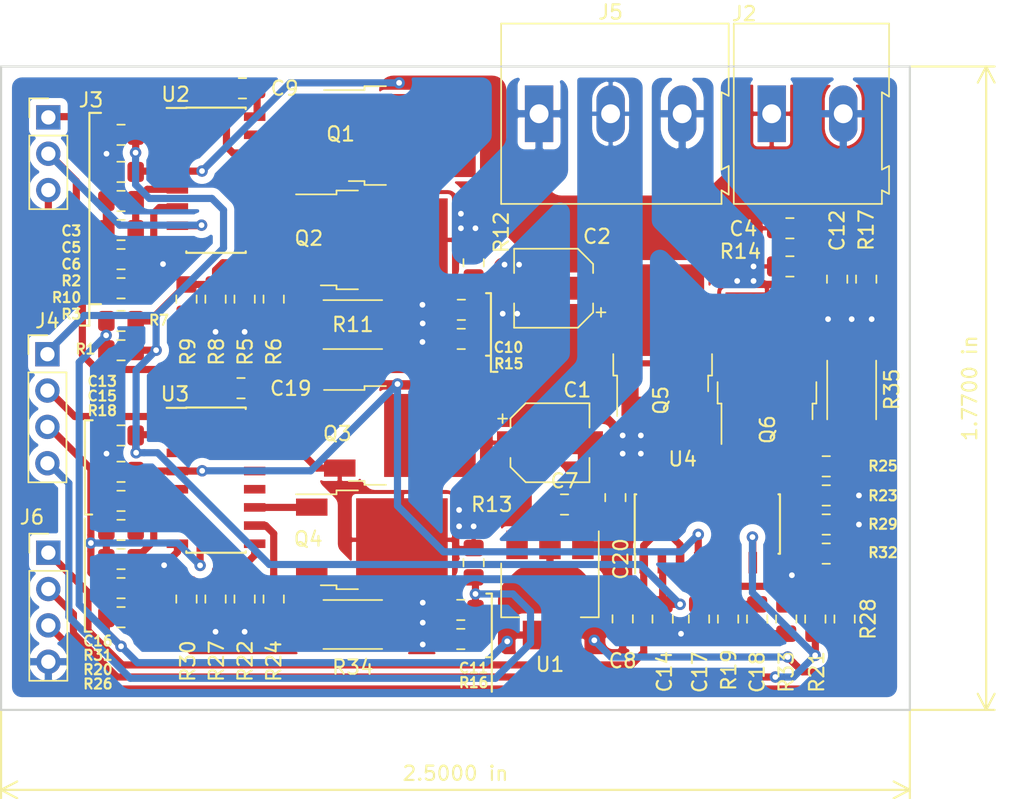
<source format=kicad_pcb>
(kicad_pcb (version 20171130) (host pcbnew "(5.1.0)-1")
  (layers (0 F.Cu signal) (31 B.Cu signal) (34 B.Paste user) (35 F.Paste user) (36 B.SilkS user) (37 F.SilkS user) (38 B.Mask user hide) (39 F.Mask user hide) (44 Edge.Cuts user))
  (net 0 "")
  (net 1 GND)
  (net 2 SD_A)
  (net 3 +3V3)
  (net 4 "Net-(C6-Pad1)")
  (net 5 phase_a)
  (net 6 "Net-(C9-Pad1)")
  (net 7 Ua_fb)
  (net 8 Ub_fb)
  (net 9 Uc_fb)
  (net 10 "Net-(C16-Pad1)")
  (net 11 "Net-(C18-Pad1)")
  (net 12 "Net-(C19-Pad1)")
  (net 13 phase_b)
  (net 14 "Net-(C20-Pad1)")
  (net 15 phase_c)
  (net 16 Ia)
  (net 17 Ib)
  (net 18 Ic)
  (net 19 PWM_A_H)
  (net 20 PWM_B_H)
  (net 21 PWM_C_H)
  (net 22 "Net-(Q2-Pad3)")
  (net 23 "Net-(Q4-Pad3)")
  (net 24 "Net-(Q6-Pad3)")
  (net 25 "Net-(R10-Pad2)")
  (net 26 "Net-(R5-Pad1)")
  (net 27 "Net-(R7-Pad1)")
  (net 28 "Net-(R20-Pad1)")
  (net 29 "Net-(R21-Pad1)")
  (net 30 "Net-(R22-Pad1)")
  (net 31 "Net-(R23-Pad1)")
  (net 32 "Net-(R26-Pad1)")
  (net 33 "Net-(R28-Pad1)")
  (net 34 +15V)
  (net 35 "Net-(Q1-Pad1)")
  (net 36 "Net-(Q2-Pad1)")
  (net 37 "Net-(Q3-Pad1)")
  (net 38 "Net-(Q4-Pad1)")
  (net 39 "Net-(Q5-Pad1)")
  (net 40 "Net-(Q6-Pad1)")
  (module Connector_PinHeader_2.54mm:PinHeader_1x04_P2.54mm_Vertical (layer F.Cu) (at 129.032 132.5245)
    (fp_text reference J6 (at -1.143 -2.48412) (layer F.SilkS))
    (fp_text value Conn_01x04)
    (pad 4 thru_hole oval (at 0 7.62) (size 1.7 1.7) (drill 1) (layers *.Cu *.Mask) (net 1 GND))
    (pad 3 thru_hole oval (at 0 5.08) (size 1.7 1.7) (drill 1) (layers *.Cu *.Mask) (net 9 Uc_fb))
    (pad 2 thru_hole oval (at 0 2.54) (size 1.7 1.7) (drill 1) (layers *.Cu *.Mask) (net 18 Ic))
    (pad 1 thru_hole rect (at 0 0) (size 1.7 1.7) (drill 1) (layers *.Cu *.Mask) (net 21 PWM_C_H))
  )
  (module Connector_PinHeader_2.54mm:PinHeader_1x04_P2.54mm_Vertical (layer F.Cu) (at 128.9685 118.6561)
    (fp_text reference J4 (at 0 -2.33) (layer F.SilkS))
    (fp_text value Conn_01x04)
    (pad 4 thru_hole oval (at 0 7.62) (size 1.7 1.7) (drill 1) (layers *.Cu *.Mask) (net 8 Ub_fb))
    (pad 3 thru_hole oval (at 0 5.08) (size 1.7 1.7) (drill 1) (layers *.Cu *.Mask) (net 17 Ib))
    (pad 2 thru_hole oval (at 0 2.54) (size 1.7 1.7) (drill 1) (layers *.Cu *.Mask) (net 20 PWM_B_H))
    (pad 1 thru_hole rect (at 0 0) (size 1.7 1.7) (drill 1) (layers *.Cu *.Mask) (net 2 SD_A))
  )
  (module Package_TO_SOT_SMD:SOT-223-3_TabPin2 (layer F.Cu) (at 164.084 135.128 270)
    (fp_text reference U1 (at 5.207 0) (layer F.SilkS))
    (fp_text value LD1086D2T33TR)
    (pad 1 smd rect (at -3.15 -2.3 270) (size 2 1.5) (layers F.Cu F.Paste F.Mask) (net 1 GND))
    (pad 3 smd rect (at -3.15 2.3 270) (size 2 1.5) (layers F.Cu F.Paste F.Mask) (net 34 +15V))
    (pad 2 smd rect (at -3.15 0 270) (size 2 1.5) (layers F.Cu F.Paste F.Mask) (net 3 +3V3))
    (pad 2 smd rect (at 3.15 0 270) (size 2 3.8) (layers F.Cu F.Paste F.Mask) (net 3 +3V3))
  )
  (module Connector_PinHeader_2.54mm:PinHeader_1x03_P2.54mm_Vertical (layer F.Cu) (at 129.032 102.108)
    (fp_text reference J3 (at 2.98196 -1.21412) (layer F.SilkS))
    (fp_text value Conn_01x03)
    (pad 3 thru_hole oval (at 0 5.08) (size 1.7 1.7) (drill 1) (layers *.Cu *.Mask) (net 7 Ua_fb))
    (pad 2 thru_hole oval (at 0 2.54) (size 1.7 1.7) (drill 1) (layers *.Cu *.Mask) (net 16 Ia))
    (pad 1 thru_hole rect (at 0 0) (size 1.7 1.7) (drill 1) (layers *.Cu *.Mask) (net 19 PWM_A_H))
  )
  (module Package_SO:SOIC-16_3.9x9.9mm_P1.27mm (layer F.Cu) (at 140.75 106.5)
    (fp_text reference U2 (at -2.828 -6) (layer F.SilkS))
    (fp_text value L6390)
    (pad 16 smd rect (at 2.7 -4.445) (size 1.5 0.6) (layers F.Cu F.Paste F.Mask) (net 6 "Net-(C9-Pad1)"))
    (pad 15 smd rect (at 2.7 -3.175) (size 1.5 0.6) (layers F.Cu F.Paste F.Mask) (net 35 "Net-(Q1-Pad1)"))
    (pad 14 smd rect (at 2.7 -1.905) (size 1.5 0.6) (layers F.Cu F.Paste F.Mask) (net 5 phase_a))
    (pad 13 smd rect (at 2.7 -0.635) (size 1.5 0.6) (layers F.Cu F.Paste F.Mask))
    (pad 12 smd rect (at 2.7 0.635) (size 1.5 0.6) (layers F.Cu F.Paste F.Mask))
    (pad 11 smd rect (at 2.7 1.905) (size 1.5 0.6) (layers F.Cu F.Paste F.Mask) (net 36 "Net-(Q2-Pad1)"))
    (pad 10 smd rect (at 2.7 3.175) (size 1.5 0.6) (layers F.Cu F.Paste F.Mask) (net 26 "Net-(R5-Pad1)"))
    (pad 9 smd rect (at 2.7 4.445) (size 1.5 0.6) (layers F.Cu F.Paste F.Mask) (net 27 "Net-(R7-Pad1)"))
    (pad 8 smd rect (at -2.7 4.445) (size 1.5 0.6) (layers F.Cu F.Paste F.Mask) (net 1 GND))
    (pad 7 smd rect (at -2.7 3.175) (size 1.5 0.6) (layers F.Cu F.Paste F.Mask) (net 16 Ia))
    (pad 6 smd rect (at -2.7 1.905) (size 1.5 0.6) (layers F.Cu F.Paste F.Mask) (net 25 "Net-(R10-Pad2)"))
    (pad 5 smd rect (at -2.7 0.635) (size 1.5 0.6) (layers F.Cu F.Paste F.Mask) (net 4 "Net-(C6-Pad1)"))
    (pad 4 smd rect (at -2.7 -0.635) (size 1.5 0.6) (layers F.Cu F.Paste F.Mask) (net 34 +15V))
    (pad 3 smd rect (at -2.7 -1.905) (size 1.5 0.6) (layers F.Cu F.Paste F.Mask) (net 19 PWM_A_H))
    (pad 2 smd rect (at -2.7 -3.175) (size 1.5 0.6) (layers F.Cu F.Paste F.Mask) (net 2 SD_A))
    (pad 1 smd rect (at -2.7 -4.445) (size 1.5 0.6) (layers F.Cu F.Paste F.Mask) (net 19 PWM_A_H))
  )
  (module Resistor_SMD:R_0805_2012Metric_Pad1.15x1.40mm_HandSolder (layer F.Cu) (at 142.748 114.808 270)
    (fp_text reference R5 (at 3.6703 -0.042332 270) (layer F.SilkS))
    (fp_text value 1K)
    (pad 2 smd roundrect (at 1.025 0 270) (size 1.15 1.4) (layers F.Cu F.Paste F.Mask) (roundrect_rratio 0.217391) (net 1 GND))
    (pad 1 smd roundrect (at -1.025 0 270) (size 1.15 1.4) (layers F.Cu F.Paste F.Mask) (roundrect_rratio 0.217391) (net 26 "Net-(R5-Pad1)"))
  )
  (module Resistor_SMD:R_0805_2012Metric_Pad1.15x1.40mm_HandSolder (layer F.Cu) (at 144.78 114.808 90)
    (fp_text reference R6 (at -3.6703 0.0127 90) (layer F.SilkS))
    (fp_text value 13)
    (pad 1 smd roundrect (at -1.025 0 90) (size 1.15 1.4) (layers F.Cu F.Paste F.Mask) (roundrect_rratio 0.217391) (net 22 "Net-(Q2-Pad3)"))
    (pad 2 smd roundrect (at 1.025 0 90) (size 1.15 1.4) (layers F.Cu F.Paste F.Mask) (roundrect_rratio 0.217391) (net 26 "Net-(R5-Pad1)"))
  )
  (module Capacitor_SMD:C_0805_2012Metric_Pad1.15x1.40mm_HandSolder (layer F.Cu) (at 134.112 126.873 180)
    (fp_text reference C15 (at 1.31318 5.2959 180) (layer F.SilkS) (effects (font (size 0.7 0.7))))
    (fp_text value 1nF)
    (pad 1 smd roundrect (at -1.025 0 180) (size 1.15 1.4) (layers F.Cu F.Paste F.Mask) (roundrect_rratio 0.217391) (net 34 +15V))
    (pad 2 smd roundrect (at 1.025 0 180) (size 1.15 1.4) (layers F.Cu F.Paste F.Mask) (roundrect_rratio 0.217391) (net 1 GND))
  )
  (module Resistor_SMD:R_2512_6332Metric_Pad1.52x3.35mm_HandSolder (layer F.Cu) (at 150.3075 137.541)
    (fp_text reference R34 (at 0.00462 2.98704) (layer F.SilkS))
    (fp_text value 0.01)
    (pad 1 smd roundrect (at -2.9875 0) (size 1.525 3.35) (layers F.Cu F.Paste F.Mask) (roundrect_rratio 0.163934) (net 23 "Net-(Q4-Pad3)"))
    (pad 2 smd roundrect (at 2.9875 0) (size 1.525 3.35) (layers F.Cu F.Paste F.Mask) (roundrect_rratio 0.163934) (net 1 GND))
  )
  (module Resistor_SMD:R_2512_6332Metric_Pad1.52x3.35mm_HandSolder (layer F.Cu) (at 185.166 121.158 90)
    (fp_text reference R35 (at 0.04064 2.80416 90) (layer F.SilkS))
    (fp_text value 0.01)
    (pad 1 smd roundrect (at -2.9875 0 90) (size 1.525 3.35) (layers F.Cu F.Paste F.Mask) (roundrect_rratio 0.163934) (net 24 "Net-(Q6-Pad3)"))
    (pad 2 smd roundrect (at 2.9875 0 90) (size 1.525 3.35) (layers F.Cu F.Paste F.Mask) (roundrect_rratio 0.163934) (net 1 GND))
  )
  (module Capacitor_SMD:C_0805_2012Metric_Pad1.15x1.40mm_HandSolder (layer F.Cu) (at 168.656 128.6764 270)
    (fp_text reference C20 (at 4.2926 -0.381 270) (layer F.SilkS))
    (fp_text value 100n)
    (pad 2 smd roundrect (at 1.025 0 270) (size 1.15 1.4) (layers F.Cu F.Paste F.Mask) (roundrect_rratio 0.217391) (net 15 phase_c))
    (pad 1 smd roundrect (at -1.025 0 270) (size 1.15 1.4) (layers F.Cu F.Paste F.Mask) (roundrect_rratio 0.217391) (net 14 "Net-(C20-Pad1)"))
  )
  (module Capacitor_SMD:C_0805_2012Metric_Pad1.15x1.40mm_HandSolder (layer F.Cu) (at 142.494 121.031 180)
    (fp_text reference C19 (at -3.4798 -0.01524 180) (layer F.SilkS))
    (fp_text value 100n)
    (pad 2 smd roundrect (at 1.025 0 180) (size 1.15 1.4) (layers F.Cu F.Paste F.Mask) (roundrect_rratio 0.217391) (net 13 phase_b))
    (pad 1 smd roundrect (at -1.025 0 180) (size 1.15 1.4) (layers F.Cu F.Paste F.Mask) (roundrect_rratio 0.217391) (net 12 "Net-(C19-Pad1)"))
  )
  (module Capacitor_SMD:C_0805_2012Metric_Pad1.15x1.40mm_HandSolder (layer F.Cu) (at 142.5956 100.076 180)
    (fp_text reference C9 (at -2.9464 0 180) (layer F.SilkS))
    (fp_text value 100n)
    (pad 2 smd roundrect (at 1.025 0 180) (size 1.15 1.4) (layers F.Cu F.Paste F.Mask) (roundrect_rratio 0.217391) (net 5 phase_a))
    (pad 1 smd roundrect (at -1.025 0 180) (size 1.15 1.4) (layers F.Cu F.Paste F.Mask) (roundrect_rratio 0.217391) (net 6 "Net-(C9-Pad1)"))
  )
  (module Capacitor_SMD:C_0805_2012Metric_Pad1.15x1.40mm_HandSolder (layer F.Cu) (at 184.15 113.411 270)
    (fp_text reference C12 (at -3.39344 0 270) (layer F.SilkS))
    (fp_text value 0.1u)
    (pad 2 smd roundrect (at 1.025 0 270) (size 1.15 1.4) (layers F.Cu F.Paste F.Mask) (roundrect_rratio 0.217391) (net 1 GND))
    (pad 1 smd roundrect (at -1.025 0 270) (size 1.15 1.4) (layers F.Cu F.Paste F.Mask) (roundrect_rratio 0.217391) (net 9 Uc_fb))
  )
  (module Package_TO_SOT_SMD:TO-252-2 (layer F.Cu) (at 153.5938 103.378)
    (fp_text reference Q1 (at -4.1402 -0.10668 180) (layer F.SilkS))
    (fp_text value Q_NMOS_GDS)
    (pad 2 smd rect (at 2.1 0) (size 6.4 5.8) (layers F.Cu F.Mask) (net 34 +15V))
    (pad 3 smd rect (at -4.2 2.28) (size 2.2 1.2) (layers F.Cu F.Paste F.Mask) (net 5 phase_a))
    (pad 1 smd rect (at -4.2 -2.28) (size 2.2 1.2) (layers F.Cu F.Paste F.Mask) (net 35 "Net-(Q1-Pad1)"))
  )
  (module Package_TO_SOT_SMD:TO-252-2 (layer F.Cu) (at 153.5938 124.333)
    (fp_text reference Q3 (at -4.3688 -0.127) (layer F.SilkS))
    (fp_text value Q_NMOS_GDS)
    (pad 2 smd rect (at 2.1 0) (size 6.4 5.8) (layers F.Cu F.Mask) (net 34 +15V))
    (pad 3 smd rect (at -4.2 2.28) (size 2.2 1.2) (layers F.Cu F.Paste F.Mask) (net 13 phase_b))
    (pad 1 smd rect (at -4.2 -2.28) (size 2.2 1.2) (layers F.Cu F.Paste F.Mask) (net 37 "Net-(Q3-Pad1)"))
  )
  (module Package_TO_SOT_SMD:TO-252-2 (layer F.Cu) (at 151.638 131.6228)
    (fp_text reference Q4 (at -4.445 -0.0508) (layer F.SilkS))
    (fp_text value Q_NMOS_GDS)
    (pad 2 smd rect (at 2.1 0) (size 6.4 5.8) (layers F.Cu F.Mask) (net 13 phase_b))
    (pad 3 smd rect (at -4.2 2.28) (size 2.2 1.2) (layers F.Cu F.Paste F.Mask) (net 23 "Net-(Q4-Pad3)"))
    (pad 1 smd rect (at -4.2 -2.28) (size 2.2 1.2) (layers F.Cu F.Paste F.Mask) (net 38 "Net-(Q4-Pad1)"))
  )
  (module Package_TO_SOT_SMD:TO-252-2 (layer F.Cu) (at 171.958 117.6782 90)
    (fp_text reference Q5 (at -4.20116 -0.127 270) (layer F.SilkS))
    (fp_text value Q_NMOS_GDS)
    (pad 2 smd rect (at 2.1 0 90) (size 6.4 5.8) (layers F.Cu F.Mask) (net 34 +15V))
    (pad 3 smd rect (at -4.2 2.28 90) (size 2.2 1.2) (layers F.Cu F.Paste F.Mask) (net 15 phase_c))
    (pad 1 smd rect (at -4.2 -2.28 90) (size 2.2 1.2) (layers F.Cu F.Paste F.Mask) (net 39 "Net-(Q5-Pad1)"))
  )
  (module Package_TO_SOT_SMD:TO-252-2 (layer F.Cu) (at 179.2478 119.634 90)
    (fp_text reference Q6 (at -4.28752 0.04064 270) (layer F.SilkS))
    (fp_text value Q_NMOS_GDS)
    (pad 2 smd rect (at 2.1 0 90) (size 6.4 5.8) (layers F.Cu F.Mask) (net 15 phase_c))
    (pad 3 smd rect (at -4.2 2.28 90) (size 2.2 1.2) (layers F.Cu F.Paste F.Mask) (net 24 "Net-(Q6-Pad3)"))
    (pad 1 smd rect (at -4.2 -2.28 90) (size 2.2 1.2) (layers F.Cu F.Paste F.Mask) (net 40 "Net-(Q6-Pad1)"))
  )
  (module Package_TO_SOT_SMD:TO-252-2 (layer F.Cu) (at 151.638 110.6678)
    (fp_text reference Q2 (at -4.40436 -0.11176 180) (layer F.SilkS))
    (fp_text value Q_NMOS_GDS)
    (pad 2 smd rect (at 2.1 0) (size 6.4 5.8) (layers F.Cu F.Mask) (net 5 phase_a))
    (pad 3 smd rect (at -4.2 2.28) (size 2.2 1.2) (layers F.Cu F.Paste F.Mask) (net 22 "Net-(Q2-Pad3)"))
    (pad 1 smd rect (at -4.2 -2.28) (size 2.2 1.2) (layers F.Cu F.Paste F.Mask) (net 36 "Net-(Q2-Pad1)"))
  )
  (module Capacitor_SMD:C_0805_2012Metric_Pad1.15x1.40mm_HandSolder (layer F.Cu) (at 178.562 137.16 270)
    (fp_text reference C18 (at 3.7174 0 270) (layer F.SilkS))
    (fp_text value 1nF)
    (pad 2 smd roundrect (at 1.025 0 270) (size 1.15 1.4) (layers F.Cu F.Paste F.Mask) (roundrect_rratio 0.217391) (net 1 GND))
    (pad 1 smd roundrect (at -1.025 0 270) (size 1.15 1.4) (layers F.Cu F.Paste F.Mask) (roundrect_rratio 0.217391) (net 11 "Net-(C18-Pad1)"))
  )
  (module Capacitor_SMD:C_0805_2012Metric_Pad1.15x1.40mm_HandSolder (layer F.Cu) (at 169.164 137.151 90)
    (fp_text reference C8 (at -2.93 0 180) (layer F.SilkS))
    (fp_text value C)
    (pad 2 smd roundrect (at 1.025 0 90) (size 1.15 1.4) (layers F.Cu F.Paste F.Mask) (roundrect_rratio 0.217391) (net 1 GND))
    (pad 1 smd roundrect (at -1.025 0 90) (size 1.15 1.4) (layers F.Cu F.Paste F.Mask) (roundrect_rratio 0.217391) (net 3 +3V3))
  )
  (module Capacitor_SMD:C_0805_2012Metric_Pad1.15x1.40mm_HandSolder (layer F.Cu) (at 171.958 137.16 270)
    (fp_text reference C14 (at 3.683 -0.127 270) (layer F.SilkS))
    (fp_text value 330p)
    (pad 2 smd roundrect (at 1.025 0 270) (size 1.15 1.4) (layers F.Cu F.Paste F.Mask) (roundrect_rratio 0.217391) (net 1 GND))
    (pad 1 smd roundrect (at -1.025 0 270) (size 1.15 1.4) (layers F.Cu F.Paste F.Mask) (roundrect_rratio 0.217391) (net 2 SD_A))
  )
  (module Capacitor_SMD:C_0805_2012Metric_Pad1.15x1.40mm_HandSolder (layer F.Cu) (at 157.852 136.525 180)
    (fp_text reference C11 (at -0.898 -4.064 180) (layer F.SilkS) (effects (font (size 0.7 0.7))))
    (fp_text value 0.1u)
    (pad 1 smd roundrect (at -1.025 0 180) (size 1.15 1.4) (layers F.Cu F.Paste F.Mask) (roundrect_rratio 0.217391) (net 8 Ub_fb))
    (pad 2 smd roundrect (at 1.025 0 180) (size 1.15 1.4) (layers F.Cu F.Paste F.Mask) (roundrect_rratio 0.217391) (net 1 GND))
  )
  (module Capacitor_SMD:C_0805_2012Metric_Pad1.15x1.40mm_HandSolder (layer F.Cu) (at 134.112 124.333 180)
    (fp_text reference C13 (at 1.31318 3.78206 180) (layer F.SilkS) (effects (font (size 0.7 0.7))))
    (fp_text value 330p)
    (pad 1 smd roundrect (at -1.025 0 180) (size 1.15 1.4) (layers F.Cu F.Paste F.Mask) (roundrect_rratio 0.217391) (net 2 SD_A))
    (pad 2 smd roundrect (at 1.025 0 180) (size 1.15 1.4) (layers F.Cu F.Paste F.Mask) (roundrect_rratio 0.217391) (net 1 GND))
  )
  (module Capacitor_SMD:C_0805_2012Metric_Pad1.15x1.40mm_HandSolder (layer F.Cu) (at 174.498 137.16 270)
    (fp_text reference C17 (at 3.7174 -0.0508 270) (layer F.SilkS))
    (fp_text value 1nF)
    (pad 2 smd roundrect (at 1.025 0 270) (size 1.15 1.4) (layers F.Cu F.Paste F.Mask) (roundrect_rratio 0.217391) (net 1 GND))
    (pad 1 smd roundrect (at -1.025 0 270) (size 1.15 1.4) (layers F.Cu F.Paste F.Mask) (roundrect_rratio 0.217391) (net 34 +15V))
  )
  (module TerminalBlock:TerminalBlock_Altech_AK300-3_P5.00mm (layer F.Cu) (at 163.322 101.854)
    (fp_text reference J5 (at 5 -7.1) (layer F.SilkS))
    (fp_text value Screw_Terminal_01x03)
    (pad 1 thru_hole rect (at 0 0) (size 1.98 3.96) (drill 1.32) (layers *.Cu *.Mask) (net 5 phase_a))
    (pad 2 thru_hole oval (at 5 0) (size 1.98 3.96) (drill 1.32) (layers *.Cu *.Mask) (net 13 phase_b))
    (pad 3 thru_hole oval (at 10 0) (size 1.98 3.96) (drill 1.32) (layers *.Cu *.Mask) (net 15 phase_c))
  )
  (module Capacitor_SMD:C_0805_2012Metric_Pad1.15x1.40mm_HandSolder (layer F.Cu) (at 157.89148 115.55476 180)
    (fp_text reference C10 (at -3.29692 -2.62636 180) (layer F.SilkS) (effects (font (size 0.7 0.7))))
    (fp_text value 0.1u)
    (pad 1 smd roundrect (at -1.025 0 180) (size 1.15 1.4) (layers F.Cu F.Paste F.Mask) (roundrect_rratio 0.217391) (net 7 Ua_fb))
    (pad 2 smd roundrect (at 1.025 0 180) (size 1.15 1.4) (layers F.Cu F.Paste F.Mask) (roundrect_rratio 0.217391) (net 1 GND))
  )
  (module TerminalBlock:TerminalBlock_Altech_AK300-2_P5.00mm (layer F.Cu) (at 179.578 101.854)
    (fp_text reference J2 (at -1.92 -6.99) (layer F.SilkS))
    (fp_text value Screw_Terminal_01x02)
    (pad 1 thru_hole rect (at 0 0) (size 1.98 3.96) (drill 1.32) (layers *.Cu *.Mask) (net 34 +15V))
    (pad 2 thru_hole oval (at 5 0) (size 1.98 3.96) (drill 1.32) (layers *.Cu *.Mask) (net 1 GND))
  )
  (module Capacitor_SMD:C_0805_2012Metric_Pad1.15x1.40mm_HandSolder (layer F.Cu) (at 134.112 130.937 180)
    (fp_text reference C16 (at 1.61544 -7.7597 180) (layer F.SilkS) (effects (font (size 0.7 0.7))))
    (fp_text value 1nF)
    (pad 2 smd roundrect (at 1.025 0 180) (size 1.15 1.4) (layers F.Cu F.Paste F.Mask) (roundrect_rratio 0.217391) (net 1 GND))
    (pad 1 smd roundrect (at -1.025 0 180) (size 1.15 1.4) (layers F.Cu F.Paste F.Mask) (roundrect_rratio 0.217391) (net 10 "Net-(C16-Pad1)"))
  )
  (module Capacitor_SMD:C_0805_2012Metric_Pad1.15x1.40mm_HandSolder (layer F.Cu) (at 134.112 103.3272 180)
    (fp_text reference C3 (at 3.47472 -6.71068 180) (layer F.SilkS) (effects (font (size 0.7 0.7))))
    (fp_text value 330p)
    (pad 1 smd roundrect (at -1.025 0 180) (size 1.15 1.4) (layers F.Cu F.Paste F.Mask) (roundrect_rratio 0.217391) (net 2 SD_A))
    (pad 2 smd roundrect (at 1.025 0 180) (size 1.15 1.4) (layers F.Cu F.Paste F.Mask) (roundrect_rratio 0.217391) (net 1 GND))
  )
  (module Capacitor_SMD:C_0805_2012Metric_Pad1.15x1.40mm_HandSolder (layer F.Cu) (at 180.848 109.855)
    (fp_text reference C4 (at -3.25628 0.03556) (layer F.SilkS))
    (fp_text value C)
    (pad 1 smd roundrect (at -1.025 0) (size 1.15 1.4) (layers F.Cu F.Paste F.Mask) (roundrect_rratio 0.217391) (net 34 +15V))
    (pad 2 smd roundrect (at 1.025 0) (size 1.15 1.4) (layers F.Cu F.Paste F.Mask) (roundrect_rratio 0.217391) (net 1 GND))
  )
  (module Capacitor_SMD:C_0805_2012Metric_Pad1.15x1.40mm_HandSolder (layer F.Cu) (at 134.112 107.95 180)
    (fp_text reference C6 (at 3.47472 -4.416552 180) (layer F.SilkS) (effects (font (size 0.7 0.7))))
    (fp_text value 1nF)
    (pad 1 smd roundrect (at -1.025 0 180) (size 1.15 1.4) (layers F.Cu F.Paste F.Mask) (roundrect_rratio 0.217391) (net 4 "Net-(C6-Pad1)"))
    (pad 2 smd roundrect (at 1.025 0 180) (size 1.15 1.4) (layers F.Cu F.Paste F.Mask) (roundrect_rratio 0.217391) (net 1 GND))
  )
  (module Capacitor_SMD:C_0805_2012Metric_Pad1.15x1.40mm_HandSolder (layer F.Cu) (at 134.112 105.918 180)
    (fp_text reference C5 (at 3.47472 -5.284216 180) (layer F.SilkS) (effects (font (size 0.7 0.7))))
    (fp_text value 1nF)
    (pad 2 smd roundrect (at 1.025 0 180) (size 1.15 1.4) (layers F.Cu F.Paste F.Mask) (roundrect_rratio 0.217391) (net 1 GND))
    (pad 1 smd roundrect (at -1.025 0 180) (size 1.15 1.4) (layers F.Cu F.Paste F.Mask) (roundrect_rratio 0.217391) (net 34 +15V))
  )
  (module Capacitor_SMD:C_0805_2012Metric_Pad1.15x1.40mm_HandSolder (layer F.Cu) (at 165.1 129.159)
    (fp_text reference C7 (at 0 -1.65) (layer F.SilkS))
    (fp_text value C)
    (pad 1 smd roundrect (at -1.025 0) (size 1.15 1.4) (layers F.Cu F.Paste F.Mask) (roundrect_rratio 0.217391) (net 3 +3V3))
    (pad 2 smd roundrect (at 1.025 0) (size 1.15 1.4) (layers F.Cu F.Paste F.Mask) (roundrect_rratio 0.217391) (net 1 GND))
  )
  (module Capacitor_SMD:CP_Elec_5x4.5 (layer F.Cu) (at 164.338 114.046 180)
    (fp_text reference C2 (at -3.02768 3.61696) (layer F.SilkS))
    (fp_text value 220u)
    (pad 1 smd rect (at -2.2 0 180) (size 3 1.6) (layers F.Cu F.Paste F.Mask) (net 34 +15V))
    (pad 2 smd rect (at 2.2 0 180) (size 3 1.6) (layers F.Cu F.Paste F.Mask) (net 1 GND))
  )
  (module Capacitor_SMD:CP_Elec_5x4.5 (layer F.Cu) (at 164.084 124.841)
    (fp_text reference C1 (at 1.905 -3.683) (layer F.SilkS))
    (fp_text value 220u)
    (pad 2 smd rect (at 2.2 0) (size 3 1.6) (layers F.Cu F.Paste F.Mask) (net 1 GND))
    (pad 1 smd rect (at -2.2 0) (size 3 1.6) (layers F.Cu F.Paste F.Mask) (net 34 +15V))
  )
  (module Package_SO:SOIC-16_3.9x9.9mm_P1.27mm (layer F.Cu) (at 175.08 130.522 90)
    (fp_text reference U4 (at 4.538 -1.725 180) (layer F.SilkS))
    (fp_text value L6390)
    (pad 16 smd rect (at 2.7 -4.445 90) (size 1.5 0.6) (layers F.Cu F.Paste F.Mask) (net 14 "Net-(C20-Pad1)"))
    (pad 15 smd rect (at 2.7 -3.175 90) (size 1.5 0.6) (layers F.Cu F.Paste F.Mask) (net 39 "Net-(Q5-Pad1)"))
    (pad 14 smd rect (at 2.7 -1.905 90) (size 1.5 0.6) (layers F.Cu F.Paste F.Mask) (net 15 phase_c))
    (pad 13 smd rect (at 2.7 -0.635 90) (size 1.5 0.6) (layers F.Cu F.Paste F.Mask))
    (pad 12 smd rect (at 2.7 0.635 90) (size 1.5 0.6) (layers F.Cu F.Paste F.Mask))
    (pad 11 smd rect (at 2.7 1.905 90) (size 1.5 0.6) (layers F.Cu F.Paste F.Mask) (net 40 "Net-(Q6-Pad1)"))
    (pad 10 smd rect (at 2.7 3.175 90) (size 1.5 0.6) (layers F.Cu F.Paste F.Mask) (net 31 "Net-(R23-Pad1)"))
    (pad 9 smd rect (at 2.7 4.445 90) (size 1.5 0.6) (layers F.Cu F.Paste F.Mask) (net 33 "Net-(R28-Pad1)"))
    (pad 8 smd rect (at -2.7 4.445 90) (size 1.5 0.6) (layers F.Cu F.Paste F.Mask) (net 1 GND))
    (pad 7 smd rect (at -2.7 3.175 90) (size 1.5 0.6) (layers F.Cu F.Paste F.Mask) (net 18 Ic))
    (pad 6 smd rect (at -2.7 1.905 90) (size 1.5 0.6) (layers F.Cu F.Paste F.Mask) (net 29 "Net-(R21-Pad1)"))
    (pad 5 smd rect (at -2.7 0.635 90) (size 1.5 0.6) (layers F.Cu F.Paste F.Mask) (net 11 "Net-(C18-Pad1)"))
    (pad 4 smd rect (at -2.7 -0.635 90) (size 1.5 0.6) (layers F.Cu F.Paste F.Mask) (net 34 +15V))
    (pad 3 smd rect (at -2.7 -1.905 90) (size 1.5 0.6) (layers F.Cu F.Paste F.Mask) (net 21 PWM_C_H))
    (pad 2 smd rect (at -2.7 -3.175 90) (size 1.5 0.6) (layers F.Cu F.Paste F.Mask) (net 2 SD_A))
    (pad 1 smd rect (at -2.7 -4.445 90) (size 1.5 0.6) (layers F.Cu F.Paste F.Mask) (net 21 PWM_C_H))
  )
  (module Resistor_SMD:R_0805_2012Metric_Pad1.15x1.40mm_HandSolder (layer F.Cu) (at 134.112 116.332 180)
    (fp_text reference R7 (at -2.64668 0.0508 180) (layer F.SilkS) (effects (font (size 0.7 0.7))))
    (fp_text value 10K)
    (pad 2 smd roundrect (at 1.025 0 180) (size 1.15 1.4) (layers F.Cu F.Paste F.Mask) (roundrect_rratio 0.217391) (net 3 +3V3))
    (pad 1 smd roundrect (at -1.025 0 180) (size 1.15 1.4) (layers F.Cu F.Paste F.Mask) (roundrect_rratio 0.217391) (net 27 "Net-(R7-Pad1)"))
  )
  (module Resistor_SMD:R_0805_2012Metric_Pad1.15x1.40mm_HandSolder (layer F.Cu) (at 138.684 114.808 90)
    (fp_text reference R9 (at -3.6703 0.1016 90) (layer F.SilkS))
    (fp_text value 1K)
    (pad 1 smd roundrect (at -1.025 0 90) (size 1.15 1.4) (layers F.Cu F.Paste F.Mask) (roundrect_rratio 0.217391) (net 22 "Net-(Q2-Pad3)"))
    (pad 2 smd roundrect (at 1.025 0 90) (size 1.15 1.4) (layers F.Cu F.Paste F.Mask) (roundrect_rratio 0.217391) (net 27 "Net-(R7-Pad1)"))
  )
  (module Resistor_SMD:R_0805_2012Metric_Pad1.15x1.40mm_HandSolder (layer F.Cu) (at 134.112 109.982 180)
    (fp_text reference R2 (at 3.47472 -3.548888 180) (layer F.SilkS) (effects (font (size 0.7 0.7))))
    (fp_text value 47K)
    (pad 1 smd roundrect (at -1.025 0 180) (size 1.15 1.4) (layers F.Cu F.Paste F.Mask) (roundrect_rratio 0.217391) (net 4 "Net-(C6-Pad1)"))
    (pad 2 smd roundrect (at 1.025 0 180) (size 1.15 1.4) (layers F.Cu F.Paste F.Mask) (roundrect_rratio 0.217391) (net 1 GND))
  )
  (module Resistor_SMD:R_0805_2012Metric_Pad1.15x1.40mm_HandSolder (layer F.Cu) (at 134.112 114.046 180)
    (fp_text reference R3 (at 3.47472 -1.81356 180) (layer F.SilkS) (effects (font (size 0.7 0.7))))
    (fp_text value 1K)
    (pad 1 smd roundrect (at -1.025 0 180) (size 1.15 1.4) (layers F.Cu F.Paste F.Mask) (roundrect_rratio 0.217391) (net 25 "Net-(R10-Pad2)"))
    (pad 2 smd roundrect (at 1.025 0 180) (size 1.15 1.4) (layers F.Cu F.Paste F.Mask) (roundrect_rratio 0.217391) (net 16 Ia))
  )
  (module Resistor_SMD:R_0805_2012Metric_Pad1.15x1.40mm_HandSolder (layer F.Cu) (at 140.716 114.808 270)
    (fp_text reference R8 (at 3.6703 -0.071966 270) (layer F.SilkS))
    (fp_text value 5K)
    (pad 1 smd roundrect (at -1.025 0 270) (size 1.15 1.4) (layers F.Cu F.Paste F.Mask) (roundrect_rratio 0.217391) (net 27 "Net-(R7-Pad1)"))
    (pad 2 smd roundrect (at 1.025 0 270) (size 1.15 1.4) (layers F.Cu F.Paste F.Mask) (roundrect_rratio 0.217391) (net 1 GND))
  )
  (module Resistor_SMD:R_0805_2012Metric_Pad1.15x1.40mm_HandSolder (layer F.Cu) (at 134.112 112.014)
    (fp_text reference R10 (at -3.808053 2.681224) (layer F.SilkS) (effects (font (size 0.7 0.7))))
    (fp_text value 5.6K)
    (pad 2 smd roundrect (at 1.025 0) (size 1.15 1.4) (layers F.Cu F.Paste F.Mask) (roundrect_rratio 0.217391) (net 25 "Net-(R10-Pad2)"))
    (pad 1 smd roundrect (at -1.025 0) (size 1.15 1.4) (layers F.Cu F.Paste F.Mask) (roundrect_rratio 0.217391) (net 1 GND))
  )
  (module Resistor_SMD:R_0805_2012Metric_Pad1.15x1.40mm_HandSolder (layer F.Cu) (at 134.112 118.3767 180)
    (fp_text reference R1 (at 2.48666 0.0762) (layer F.SilkS) (effects (font (size 0.7 0.7))))
    (fp_text value 10k)
    (pad 2 smd roundrect (at 1.025 0 180) (size 1.15 1.4) (layers F.Cu F.Paste F.Mask) (roundrect_rratio 0.217391) (net 3 +3V3))
    (pad 1 smd roundrect (at -1.025 0 180) (size 1.15 1.4) (layers F.Cu F.Paste F.Mask) (roundrect_rratio 0.217391) (net 2 SD_A))
  )
  (module Resistor_SMD:R_2512_6332Metric_Pad1.52x3.35mm_HandSolder (layer F.Cu) (at 150.3075 116.586)
    (fp_text reference R11 (at 0 0) (layer F.SilkS))
    (fp_text value 0.01)
    (pad 2 smd roundrect (at 2.9875 0) (size 1.525 3.35) (layers F.Cu F.Paste F.Mask) (roundrect_rratio 0.163934) (net 1 GND))
    (pad 1 smd roundrect (at -2.9875 0) (size 1.525 3.35) (layers F.Cu F.Paste F.Mask) (roundrect_rratio 0.163934) (net 22 "Net-(Q2-Pad3)"))
  )
  (module Resistor_SMD:R_0805_2012Metric_Pad1.15x1.40mm_HandSolder (layer F.Cu) (at 184.6707 137.16 270)
    (fp_text reference R28 (at 0 -1.65 270) (layer F.SilkS))
    (fp_text value 10K)
    (pad 1 smd roundrect (at -1.025 0 270) (size 1.15 1.4) (layers F.Cu F.Paste F.Mask) (roundrect_rratio 0.217391) (net 33 "Net-(R28-Pad1)"))
    (pad 2 smd roundrect (at 1.025 0 270) (size 1.15 1.4) (layers F.Cu F.Paste F.Mask) (roundrect_rratio 0.217391) (net 3 +3V3))
  )
  (module Resistor_SMD:R_0805_2012Metric_Pad1.15x1.40mm_HandSolder (layer F.Cu) (at 183.388 130.556)
    (fp_text reference R29 (at 3.9624 -0.02032) (layer F.SilkS) (effects (font (size 0.7 0.7))))
    (fp_text value 5K)
    (pad 2 smd roundrect (at 1.025 0) (size 1.15 1.4) (layers F.Cu F.Paste F.Mask) (roundrect_rratio 0.217391) (net 1 GND))
    (pad 1 smd roundrect (at -1.025 0) (size 1.15 1.4) (layers F.Cu F.Paste F.Mask) (roundrect_rratio 0.217391) (net 33 "Net-(R28-Pad1)"))
  )
  (module Resistor_SMD:R_0805_2012Metric_Pad1.15x1.40mm_HandSolder (layer F.Cu) (at 158.75 112.268 90)
    (fp_text reference R12 (at 2.12852 1.93548 90) (layer F.SilkS))
    (fp_text value 20k)
    (pad 1 smd roundrect (at -1.025 0 90) (size 1.15 1.4) (layers F.Cu F.Paste F.Mask) (roundrect_rratio 0.217391) (net 7 Ua_fb))
    (pad 2 smd roundrect (at 1.025 0 90) (size 1.15 1.4) (layers F.Cu F.Paste F.Mask) (roundrect_rratio 0.217391) (net 5 phase_a))
  )
  (module Resistor_SMD:R_0805_2012Metric_Pad1.15x1.40mm_HandSolder (layer F.Cu) (at 157.88248 117.58676)
    (fp_text reference R15 (at 3.32116 1.73736) (layer F.SilkS) (effects (font (size 0.7 0.7))))
    (fp_text value 5k)
    (pad 2 smd roundrect (at 1.025 0) (size 1.15 1.4) (layers F.Cu F.Paste F.Mask) (roundrect_rratio 0.217391) (net 7 Ua_fb))
    (pad 1 smd roundrect (at -1.025 0) (size 1.15 1.4) (layers F.Cu F.Paste F.Mask) (roundrect_rratio 0.217391) (net 1 GND))
  )
  (module Resistor_SMD:R_0805_2012Metric_Pad1.15x1.40mm_HandSolder (layer F.Cu) (at 158.75 133.223 90)
    (fp_text reference R13 (at 4.064 1.27 180) (layer F.SilkS))
    (fp_text value 20k)
    (pad 2 smd roundrect (at 1.025 0 90) (size 1.15 1.4) (layers F.Cu F.Paste F.Mask) (roundrect_rratio 0.217391) (net 13 phase_b))
    (pad 1 smd roundrect (at -1.025 0 90) (size 1.15 1.4) (layers F.Cu F.Paste F.Mask) (roundrect_rratio 0.217391) (net 8 Ub_fb))
  )
  (module Resistor_SMD:R_0805_2012Metric_Pad1.15x1.40mm_HandSolder (layer F.Cu) (at 176.53 137.16 270)
    (fp_text reference R19 (at 3.565 -0.0508 270) (layer F.SilkS))
    (fp_text value 47K)
    (pad 1 smd roundrect (at -1.025 0 270) (size 1.15 1.4) (layers F.Cu F.Paste F.Mask) (roundrect_rratio 0.217391) (net 11 "Net-(C18-Pad1)"))
    (pad 2 smd roundrect (at 1.025 0 270) (size 1.15 1.4) (layers F.Cu F.Paste F.Mask) (roundrect_rratio 0.217391) (net 1 GND))
  )
  (module Resistor_SMD:R_0805_2012Metric_Pad1.15x1.40mm_HandSolder (layer F.Cu) (at 180.848 112.522 180)
    (fp_text reference R14 (at 3.45948 1.05156 180) (layer F.SilkS))
    (fp_text value 20k)
    (pad 2 smd roundrect (at 1.025 0 180) (size 1.15 1.4) (layers F.Cu F.Paste F.Mask) (roundrect_rratio 0.217391) (net 15 phase_c))
    (pad 1 smd roundrect (at -1.025 0 180) (size 1.15 1.4) (layers F.Cu F.Paste F.Mask) (roundrect_rratio 0.217391) (net 9 Uc_fb))
  )
  (module Resistor_SMD:R_0805_2012Metric_Pad1.15x1.40mm_HandSolder (layer F.Cu) (at 157.852 138.557)
    (fp_text reference R16 (at 0.898 3.048 180) (layer F.SilkS) (effects (font (size 0.7 0.7))))
    (fp_text value 5k)
    (pad 1 smd roundrect (at -1.025 0) (size 1.15 1.4) (layers F.Cu F.Paste F.Mask) (roundrect_rratio 0.217391) (net 1 GND))
    (pad 2 smd roundrect (at 1.025 0) (size 1.15 1.4) (layers F.Cu F.Paste F.Mask) (roundrect_rratio 0.217391) (net 8 Ub_fb))
  )
  (module Resistor_SMD:R_0805_2012Metric_Pad1.15x1.40mm_HandSolder (layer F.Cu) (at 183.388 128.524)
    (fp_text reference R23 (at 3.9624 0.0254) (layer F.SilkS) (effects (font (size 0.7 0.7))))
    (fp_text value 1K)
    (pad 1 smd roundrect (at -1.025 0) (size 1.15 1.4) (layers F.Cu F.Paste F.Mask) (roundrect_rratio 0.217391) (net 31 "Net-(R23-Pad1)"))
    (pad 2 smd roundrect (at 1.025 0) (size 1.15 1.4) (layers F.Cu F.Paste F.Mask) (roundrect_rratio 0.217391) (net 1 GND))
  )
  (module Resistor_SMD:R_0805_2012Metric_Pad1.15x1.40mm_HandSolder (layer F.Cu) (at 134.112 137.033 180)
    (fp_text reference R26 (at 1.61544 -4.66598 180) (layer F.SilkS) (effects (font (size 0.7 0.7))))
    (fp_text value 10K)
    (pad 2 smd roundrect (at 1.025 0 180) (size 1.15 1.4) (layers F.Cu F.Paste F.Mask) (roundrect_rratio 0.217391) (net 3 +3V3))
    (pad 1 smd roundrect (at -1.025 0 180) (size 1.15 1.4) (layers F.Cu F.Paste F.Mask) (roundrect_rratio 0.217391) (net 32 "Net-(R26-Pad1)"))
  )
  (module Resistor_SMD:R_0805_2012Metric_Pad1.15x1.40mm_HandSolder (layer F.Cu) (at 140.716 135.763 270)
    (fp_text reference R27 (at 4.33832 -0.067733 270) (layer F.SilkS))
    (fp_text value 5K)
    (pad 1 smd roundrect (at -1.025 0 270) (size 1.15 1.4) (layers F.Cu F.Paste F.Mask) (roundrect_rratio 0.217391) (net 32 "Net-(R26-Pad1)"))
    (pad 2 smd roundrect (at 1.025 0 270) (size 1.15 1.4) (layers F.Cu F.Paste F.Mask) (roundrect_rratio 0.217391) (net 1 GND))
  )
  (module Resistor_SMD:R_0805_2012Metric_Pad1.15x1.40mm_HandSolder (layer F.Cu) (at 142.748 135.763 270)
    (fp_text reference R22 (at 4.33832 -0.038946 270) (layer F.SilkS))
    (fp_text value 1K)
    (pad 2 smd roundrect (at 1.025 0 270) (size 1.15 1.4) (layers F.Cu F.Paste F.Mask) (roundrect_rratio 0.217391) (net 1 GND))
    (pad 1 smd roundrect (at -1.025 0 270) (size 1.15 1.4) (layers F.Cu F.Paste F.Mask) (roundrect_rratio 0.217391) (net 30 "Net-(R22-Pad1)"))
  )
  (module Resistor_SMD:R_0805_2012Metric_Pad1.15x1.40mm_HandSolder (layer F.Cu) (at 186.182 113.411 90)
    (fp_text reference R17 (at 3.429 0 90) (layer F.SilkS))
    (fp_text value 5k)
    (pad 1 smd roundrect (at -1.025 0 90) (size 1.15 1.4) (layers F.Cu F.Paste F.Mask) (roundrect_rratio 0.217391) (net 1 GND))
    (pad 2 smd roundrect (at 1.025 0 90) (size 1.15 1.4) (layers F.Cu F.Paste F.Mask) (roundrect_rratio 0.217391) (net 9 Uc_fb))
  )
  (module Resistor_SMD:R_0805_2012Metric_Pad1.15x1.40mm_HandSolder (layer F.Cu) (at 134.112 135.001 180)
    (fp_text reference R20 (at 1.61544 -5.69722) (layer F.SilkS) (effects (font (size 0.7 0.7))))
    (fp_text value 1K)
    (pad 1 smd roundrect (at -1.025 0 180) (size 1.15 1.4) (layers F.Cu F.Paste F.Mask) (roundrect_rratio 0.217391) (net 28 "Net-(R20-Pad1)"))
    (pad 2 smd roundrect (at 1.025 0 180) (size 1.15 1.4) (layers F.Cu F.Paste F.Mask) (roundrect_rratio 0.217391) (net 17 Ib))
  )
  (module Resistor_SMD:R_0805_2012Metric_Pad1.15x1.40mm_HandSolder (layer F.Cu) (at 182.626 137.16 270)
    (fp_text reference R21 (at 3.6994 -0.1016 270) (layer F.SilkS))
    (fp_text value 1K)
    (pad 2 smd roundrect (at 1.025 0 270) (size 1.15 1.4) (layers F.Cu F.Paste F.Mask) (roundrect_rratio 0.217391) (net 18 Ic))
    (pad 1 smd roundrect (at -1.025 0 270) (size 1.15 1.4) (layers F.Cu F.Paste F.Mask) (roundrect_rratio 0.217391) (net 29 "Net-(R21-Pad1)"))
  )
  (module Resistor_SMD:R_0805_2012Metric_Pad1.15x1.40mm_HandSolder (layer F.Cu) (at 134.112 128.905 180)
    (fp_text reference R18 (at 1.31318 6.30174 180) (layer F.SilkS) (effects (font (size 0.7 0.7))))
    (fp_text value 47K)
    (pad 1 smd roundrect (at -1.025 0 180) (size 1.15 1.4) (layers F.Cu F.Paste F.Mask) (roundrect_rratio 0.217391) (net 10 "Net-(C16-Pad1)"))
    (pad 2 smd roundrect (at 1.025 0 180) (size 1.15 1.4) (layers F.Cu F.Paste F.Mask) (roundrect_rratio 0.217391) (net 1 GND))
  )
  (module Resistor_SMD:R_0805_2012Metric_Pad1.15x1.40mm_HandSolder (layer F.Cu) (at 144.78 135.763 90)
    (fp_text reference R24 (at -4.33832 0.01016 90) (layer F.SilkS))
    (fp_text value 13)
    (pad 1 smd roundrect (at -1.025 0 90) (size 1.15 1.4) (layers F.Cu F.Paste F.Mask) (roundrect_rratio 0.217391) (net 23 "Net-(Q4-Pad3)"))
    (pad 2 smd roundrect (at 1.025 0 90) (size 1.15 1.4) (layers F.Cu F.Paste F.Mask) (roundrect_rratio 0.217391) (net 30 "Net-(R22-Pad1)"))
  )
  (module Resistor_SMD:R_0805_2012Metric_Pad1.15x1.40mm_HandSolder (layer F.Cu) (at 183.388 126.492 180)
    (fp_text reference R25 (at -3.9624 0.02032 180) (layer F.SilkS) (effects (font (size 0.7 0.7))))
    (fp_text value 13)
    (pad 2 smd roundrect (at 1.025 0 180) (size 1.15 1.4) (layers F.Cu F.Paste F.Mask) (roundrect_rratio 0.217391) (net 31 "Net-(R23-Pad1)"))
    (pad 1 smd roundrect (at -1.025 0 180) (size 1.15 1.4) (layers F.Cu F.Paste F.Mask) (roundrect_rratio 0.217391) (net 24 "Net-(Q6-Pad3)"))
  )
  (module Resistor_SMD:R_0805_2012Metric_Pad1.15x1.40mm_HandSolder (layer F.Cu) (at 183.388 132.588 180)
    (fp_text reference R32 (at -3.9624 0.06604 180) (layer F.SilkS) (effects (font (size 0.7 0.7))))
    (fp_text value 1K)
    (pad 1 smd roundrect (at -1.025 0 180) (size 1.15 1.4) (layers F.Cu F.Paste F.Mask) (roundrect_rratio 0.217391) (net 24 "Net-(Q6-Pad3)"))
    (pad 2 smd roundrect (at 1.025 0 180) (size 1.15 1.4) (layers F.Cu F.Paste F.Mask) (roundrect_rratio 0.217391) (net 33 "Net-(R28-Pad1)"))
  )
  (module Resistor_SMD:R_0805_2012Metric_Pad1.15x1.40mm_HandSolder (layer F.Cu) (at 134.112 132.969)
    (fp_text reference R31 (at -1.61544 6.72846) (layer F.SilkS) (effects (font (size 0.7 0.7))))
    (fp_text value 5.6K)
    (pad 2 smd roundrect (at 1.025 0) (size 1.15 1.4) (layers F.Cu F.Paste F.Mask) (roundrect_rratio 0.217391) (net 28 "Net-(R20-Pad1)"))
    (pad 1 smd roundrect (at -1.025 0) (size 1.15 1.4) (layers F.Cu F.Paste F.Mask) (roundrect_rratio 0.217391) (net 1 GND))
  )
  (module Resistor_SMD:R_0805_2012Metric_Pad1.15x1.40mm_HandSolder (layer F.Cu) (at 138.684 135.763 90)
    (fp_text reference R30 (at -4.33832 0.09652 90) (layer F.SilkS))
    (fp_text value 1K)
    (pad 2 smd roundrect (at 1.025 0 90) (size 1.15 1.4) (layers F.Cu F.Paste F.Mask) (roundrect_rratio 0.217391) (net 32 "Net-(R26-Pad1)"))
    (pad 1 smd roundrect (at -1.025 0 90) (size 1.15 1.4) (layers F.Cu F.Paste F.Mask) (roundrect_rratio 0.217391) (net 23 "Net-(Q4-Pad3)"))
  )
  (module Resistor_SMD:R_0805_2012Metric_Pad1.15x1.40mm_HandSolder (layer F.Cu) (at 180.594 137.16 90)
    (fp_text reference R33 (at -3.6994 0 90) (layer F.SilkS))
    (fp_text value 5.6K)
    (pad 1 smd roundrect (at -1.025 0 90) (size 1.15 1.4) (layers F.Cu F.Paste F.Mask) (roundrect_rratio 0.217391) (net 1 GND))
    (pad 2 smd roundrect (at 1.025 0 90) (size 1.15 1.4) (layers F.Cu F.Paste F.Mask) (roundrect_rratio 0.217391) (net 29 "Net-(R21-Pad1)"))
  )
  (module Package_SO:SOIC-16_3.9x9.9mm_P1.27mm (layer F.Cu) (at 140.75 127.455)
    (fp_text reference U3 (at -2.86864 -6.0176) (layer F.SilkS))
    (fp_text value L6390)
    (pad 16 smd rect (at 2.7 -4.445) (size 1.5 0.6) (layers F.Cu F.Paste F.Mask) (net 12 "Net-(C19-Pad1)"))
    (pad 15 smd rect (at 2.7 -3.175) (size 1.5 0.6) (layers F.Cu F.Paste F.Mask) (net 37 "Net-(Q3-Pad1)"))
    (pad 14 smd rect (at 2.7 -1.905) (size 1.5 0.6) (layers F.Cu F.Paste F.Mask) (net 13 phase_b))
    (pad 13 smd rect (at 2.7 -0.635) (size 1.5 0.6) (layers F.Cu F.Paste F.Mask))
    (pad 12 smd rect (at 2.7 0.635) (size 1.5 0.6) (layers F.Cu F.Paste F.Mask))
    (pad 11 smd rect (at 2.7 1.905) (size 1.5 0.6) (layers F.Cu F.Paste F.Mask) (net 38 "Net-(Q4-Pad1)"))
    (pad 10 smd rect (at 2.7 3.175) (size 1.5 0.6) (layers F.Cu F.Paste F.Mask) (net 30 "Net-(R22-Pad1)"))
    (pad 9 smd rect (at 2.7 4.445) (size 1.5 0.6) (layers F.Cu F.Paste F.Mask) (net 32 "Net-(R26-Pad1)"))
    (pad 8 smd rect (at -2.7 4.445) (size 1.5 0.6) (layers F.Cu F.Paste F.Mask) (net 1 GND))
    (pad 7 smd rect (at -2.7 3.175) (size 1.5 0.6) (layers F.Cu F.Paste F.Mask) (net 17 Ib))
    (pad 6 smd rect (at -2.7 1.905) (size 1.5 0.6) (layers F.Cu F.Paste F.Mask) (net 28 "Net-(R20-Pad1)"))
    (pad 5 smd rect (at -2.7 0.635) (size 1.5 0.6) (layers F.Cu F.Paste F.Mask) (net 10 "Net-(C16-Pad1)"))
    (pad 4 smd rect (at -2.7 -0.635) (size 1.5 0.6) (layers F.Cu F.Paste F.Mask) (net 34 +15V))
    (pad 3 smd rect (at -2.7 -1.905) (size 1.5 0.6) (layers F.Cu F.Paste F.Mask) (net 20 PWM_B_H))
    (pad 2 smd rect (at -2.7 -3.175) (size 1.5 0.6) (layers F.Cu F.Paste F.Mask) (net 2 SD_A))
    (pad 1 smd rect (at -2.7 -4.445) (size 1.5 0.6) (layers F.Cu F.Paste F.Mask) (net 20 PWM_B_H))
  )
  (gr_line (start 131.58724 138.04138) (end 132.05714 138.04138) (layer F.SilkS) (width 0.15))
  (gr_line (start 131.58724 130.1369) (end 131.58724 138.04138) (layer F.SilkS) (width 0.15))
  (gr_line (start 131.59994 129.8575) (end 132.0927 129.8575) (layer F.SilkS) (width 0.15))
  (gr_line (start 131.60248 129.86258) (end 131.58216 123.27128) (layer F.SilkS) (width 0.15))
  (gr_line (start 160.02 139.827) (end 160.02 142.24) (layer F.SilkS) (width 0.15))
  (gr_line (start 160.02 139.827) (end 159.639 139.827) (layer F.SilkS) (width 0.15))
  (gr_line (start 160.02 135.382) (end 160.02 139.827) (layer F.SilkS) (width 0.15))
  (gr_line (start 159.639 135.382) (end 160.02 135.382) (layer F.SilkS) (width 0.15))
  (gr_line (start 131.89712 116.65712) (end 131.26212 116.65712) (layer F.SilkS) (width 0.15))
  (gr_line (start 131.89712 115.15344) (end 131.89712 116.65712) (layer F.SilkS) (width 0.15))
  (gr_line (start 131.9022 115.15852) (end 132.70992 115.15852) (layer F.SilkS) (width 0.15))
  (gr_line (start 131.9022 101.79304) (end 131.9022 115.15852) (layer F.SilkS) (width 0.15))
  (gr_line (start 132.70992 101.79304) (end 131.9022 101.79304) (layer F.SilkS) (width 0.15))
  (gr_line (start 159.95396 118.76024) (end 159.6136 118.76024) (layer F.SilkS) (width 0.15))
  (gr_line (start 160.0962 119.888) (end 160.41624 119.888) (layer F.SilkS) (width 0.15))
  (gr_line (start 159.95904 114.39144) (end 159.95904 119.888) (layer F.SilkS) (width 0.15))
  (gr_line (start 159.61868 114.39144) (end 159.95904 114.39144) (layer F.SilkS) (width 0.15))
  (gr_line (start 131.58216 123.27128) (end 132.12572 123.27128) (layer F.SilkS) (width 0.15))
  (dimension 44.958 (width 0.15) (layer F.SilkS) (gr_text "44,958 мм" (at 195.864 121.031 90) (layer F.SilkS) (effects (font (size 1 1) (thickness 0.15)))) (feature1 (pts (xy 189.23 98.552) (xy 195.150421 98.552))) (feature2 (pts (xy 189.23 143.51) (xy 195.150421 143.51))) (crossbar (pts (xy 194.564 143.51) (xy 194.564 98.552))) (arrow1a (pts (xy 194.564 98.552) (xy 195.150421 99.678504))) (arrow1b (pts (xy 194.564 98.552) (xy 193.977579 99.678504))) (arrow2a (pts (xy 194.564 143.51) (xy 195.150421 142.383496))) (arrow2b (pts (xy 194.564 143.51) (xy 193.977579 142.383496))))
  (dimension 63.5 (width 0.15) (layer F.SilkS) (gr_text "63,500 мм" (at 157.48 150.398) (layer F.SilkS) (effects (font (size 1 1) (thickness 0.15)))) (feature1 (pts (xy 189.23 143.51) (xy 189.23 149.684421))) (feature2 (pts (xy 125.73 143.51) (xy 125.73 149.684421))) (crossbar (pts (xy 125.73 149.098) (xy 189.23 149.098))) (arrow1a (pts (xy 189.23 149.098) (xy 188.103496 149.684421))) (arrow1b (pts (xy 189.23 149.098) (xy 188.103496 148.511579))) (arrow2a (pts (xy 125.73 149.098) (xy 126.856504 149.684421))) (arrow2b (pts (xy 125.73 149.098) (xy 126.856504 148.511579))))
  (gr_line (start 125.73 143.51) (end 125.73 98.552) (layer Edge.Cuts) (width 0.15))
  (gr_line (start 189.23 143.51) (end 125.73 143.51) (layer Edge.Cuts) (width 0.15))
  (gr_line (start 189.23 98.552) (end 189.23 143.51) (layer Edge.Cuts) (width 0.15))
  (gr_line (start 125.73 98.552) (end 189.23 98.552) (layer Edge.Cuts) (width 0.15))
  (via (at 140.716 117.094) (size 0.8) (drill 0.4) (layers F.Cu B.Cu) (net 1))
  (segment (start 140.716 115.833) (end 140.716 117.094) (width 0.5) (layer F.Cu) (net 1))
  (via (at 142.748 117.094) (size 0.8) (drill 0.4) (layers F.Cu B.Cu) (net 1))
  (segment (start 142.748 115.833) (end 142.748 117.094) (width 0.5) (layer F.Cu) (net 1))
  (via (at 185.674 130.556) (size 0.8) (drill 0.4) (layers F.Cu B.Cu) (net 1))
  (segment (start 184.413 130.556) (end 185.674 130.556) (width 0.5) (layer F.Cu) (net 1))
  (via (at 185.674 128.524) (size 0.8) (drill 0.4) (layers F.Cu B.Cu) (net 1))
  (segment (start 184.413 128.524) (end 185.674 128.524) (width 0.5) (layer F.Cu) (net 1))
  (via (at 140.716 138.049) (size 0.8) (drill 0.4) (layers F.Cu B.Cu) (net 1))
  (via (at 142.748 138.049) (size 0.8) (drill 0.4) (layers F.Cu B.Cu) (net 1))
  (segment (start 142.748 136.788) (end 142.748 138.049) (width 0.5) (layer F.Cu) (net 1))
  (segment (start 140.716 136.788) (end 140.716 138.049) (width 0.5) (layer F.Cu) (net 1))
  (via (at 160.909 112.395) (size 0.8) (drill 0.4) (layers F.Cu B.Cu) (net 1))
  (via (at 161.925 112.395) (size 0.8) (drill 0.4) (layers F.Cu B.Cu) (net 1))
  (via (at 160.782 115.824) (size 0.8) (drill 0.4) (layers F.Cu B.Cu) (net 1))
  (via (at 161.798 115.824) (size 0.8) (drill 0.4) (layers F.Cu B.Cu) (net 1))
  (via (at 155.17368 115.20424) (size 0.8) (drill 0.4) (layers F.Cu B.Cu) (net 1))
  (via (at 155.18892 116.50472) (size 0.8) (drill 0.4) (layers F.Cu B.Cu) (net 1))
  (via (at 155.17368 117.80012) (size 0.8) (drill 0.4) (layers F.Cu B.Cu) (net 1))
  (via (at 183.515 116.205) (size 0.8) (drill 0.4) (layers F.Cu B.Cu) (net 1))
  (via (at 185.166 116.205) (size 0.8) (drill 0.4) (layers F.Cu B.Cu) (net 1))
  (via (at 186.563 116.205) (size 0.8) (drill 0.4) (layers F.Cu B.Cu) (net 1))
  (via (at 155.194 136.017) (size 0.8) (drill 0.4) (layers F.Cu B.Cu) (net 1))
  (via (at 155.194 137.414) (size 0.8) (drill 0.4) (layers F.Cu B.Cu) (net 1))
  (via (at 155.194 138.938) (size 0.8) (drill 0.4) (layers F.Cu B.Cu) (net 1))
  (segment (start 174.498 138.185) (end 176.53 138.185) (width 0.5) (layer F.Cu) (net 1))
  (segment (start 176.53 138.185) (end 178.562 138.185) (width 0.5) (layer F.Cu) (net 1))
  (segment (start 178.562 138.185) (end 180.594 138.185) (width 0.5) (layer F.Cu) (net 1))
  (via (at 169.164 124.333) (size 0.8) (drill 0.4) (layers F.Cu B.Cu) (net 1))
  (via (at 169.164 125.603) (size 0.8) (drill 0.4) (layers F.Cu B.Cu) (net 1))
  (via (at 170.434 124.333) (size 0.8) (drill 0.4) (layers F.Cu B.Cu) (net 1))
  (via (at 170.434 125.603) (size 0.8) (drill 0.4) (layers F.Cu B.Cu) (net 1))
  (via (at 133.096 104.648) (size 0.8) (drill 0.4) (layers F.Cu B.Cu) (net 1))
  (segment (start 133.087 103.3272) (end 133.087 104.639) (width 0.5) (layer F.Cu) (net 1))
  (segment (start 133.087 104.639) (end 133.096 104.648) (width 0.5) (layer F.Cu) (net 1))
  (segment (start 133.096 105.909) (end 133.087 105.918) (width 0.5) (layer F.Cu) (net 1))
  (segment (start 133.096 104.648) (end 133.096 105.909) (width 0.5) (layer F.Cu) (net 1))
  (segment (start 133.087 105.918) (end 133.087 107.95) (width 0.5) (layer F.Cu) (net 1))
  (segment (start 133.087 107.95) (end 133.087 109.982) (width 0.5) (layer F.Cu) (net 1))
  (segment (start 133.087 109.982) (end 133.087 112.014) (width 0.5) (layer F.Cu) (net 1))
  (via (at 133.096 125.603) (size 0.8) (drill 0.4) (layers F.Cu B.Cu) (net 1))
  (segment (start 133.087 124.333) (end 133.087 125.594) (width 0.5) (layer F.Cu) (net 1))
  (segment (start 133.087 125.594) (end 133.096 125.603) (width 0.5) (layer F.Cu) (net 1))
  (segment (start 133.096 126.864) (end 133.087 126.873) (width 0.5) (layer F.Cu) (net 1))
  (segment (start 133.096 125.603) (end 133.096 126.864) (width 0.5) (layer F.Cu) (net 1))
  (segment (start 133.087 126.873) (end 133.087 128.905) (width 0.5) (layer F.Cu) (net 1))
  (segment (start 133.087 128.905) (end 133.087 130.937) (width 0.5) (layer F.Cu) (net 1))
  (segment (start 133.087 130.937) (end 133.087 132.969) (width 0.5) (layer F.Cu) (net 1))
  (via (at 173.2407 138.1887) (size 0.8) (drill 0.4) (layers F.Cu B.Cu) (net 1))
  (via (at 137.0457 112.3569) (size 0.8) (drill 0.4) (layers F.Cu B.Cu) (net 1))
  (segment (start 138.05 110.945) (end 138.05 111.3526) (width 0.5) (layer F.Cu) (net 1))
  (segment (start 138.05 111.3526) (end 137.0457 112.3569) (width 0.5) (layer F.Cu) (net 1))
  (via (at 180.9877 134.0993) (size 0.8) (drill 0.4) (layers F.Cu B.Cu) (net 1))
  (segment (start 179.525 133.222) (end 180.1104 133.222) (width 0.5) (layer F.Cu) (net 1))
  (segment (start 180.1104 133.222) (end 180.9877 134.0993) (width 0.5) (layer F.Cu) (net 1))
  (segment (start 173.237 138.185) (end 173.2407 138.1887) (width 0.5) (layer F.Cu) (net 1))
  (segment (start 171.958 138.185) (end 173.237 138.185) (width 0.5) (layer F.Cu) (net 1))
  (segment (start 174.4943 138.1887) (end 174.498 138.185) (width 0.5) (layer F.Cu) (net 1))
  (segment (start 173.2407 138.1887) (end 174.4943 138.1887) (width 0.5) (layer F.Cu) (net 1))
  (segment (start 166.125 131.719) (end 166.384 131.978) (width 0.5) (layer F.Cu) (net 1))
  (segment (start 166.125 129.159) (end 166.125 131.719) (width 0.5) (layer F.Cu) (net 1))
  (via (at 137.1219 133.4008) (size 0.8) (drill 0.4) (layers F.Cu B.Cu) (net 1))
  (segment (start 138.05 131.9) (end 138.05 132.4727) (width 0.5) (layer F.Cu) (net 1))
  (segment (start 138.05 132.4727) (end 137.1219 133.4008) (width 0.5) (layer F.Cu) (net 1))
  (segment (start 135.211 103.325) (end 135.137 103.251) (width 0.5) (layer F.Cu) (net 2))
  (segment (start 135.1392 103.325) (end 135.137 103.3272) (width 0.5) (layer F.Cu) (net 2))
  (segment (start 138.05 103.325) (end 135.1392 103.325) (width 0.5) (layer F.Cu) (net 2))
  (segment (start 171.958 133.275) (end 171.905 133.222) (width 0.5) (layer F.Cu) (net 2))
  (segment (start 171.958 136.135) (end 171.958 133.275) (width 0.5) (layer F.Cu) (net 2))
  (segment (start 135.19 124.28) (end 135.137 124.333) (width 0.5) (layer F.Cu) (net 2))
  (segment (start 138.05 124.28) (end 135.19 124.28) (width 0.5) (layer F.Cu) (net 2))
  (via (at 135.1661 125.5395) (size 0.8) (drill 0.4) (layers F.Cu B.Cu) (net 2))
  (segment (start 135.137 124.333) (end 135.137 125.5104) (width 0.5) (layer F.Cu) (net 2))
  (segment (start 135.137 125.5104) (end 135.1661 125.5395) (width 0.5) (layer F.Cu) (net 2))
  (via (at 135.128 104.5718) (size 0.8) (drill 0.4) (layers F.Cu B.Cu) (net 2))
  (segment (start 135.137 103.3272) (end 135.137 104.5628) (width 0.5) (layer F.Cu) (net 2))
  (segment (start 135.137 104.5628) (end 135.128 104.5718) (width 0.5) (layer F.Cu) (net 2))
  (via (at 173.1772 136.1313) (size 0.8) (drill 0.4) (layers F.Cu B.Cu) (net 2))
  (segment (start 171.958 136.135) (end 173.1735 136.135) (width 0.5) (layer F.Cu) (net 2))
  (segment (start 173.1735 136.135) (end 173.1772 136.1313) (width 0.5) (layer F.Cu) (net 2))
  (segment (start 135.731785 125.5395) (end 135.1661 125.5395) (width 0.5) (layer B.Cu) (net 2))
  (segment (start 136.6647 125.5395) (end 135.731785 125.5395) (width 0.5) (layer B.Cu) (net 2))
  (segment (start 144.4752 133.35) (end 136.6647 125.5395) (width 0.5) (layer B.Cu) (net 2))
  (segment (start 173.1772 136.1313) (end 170.3959 133.35) (width 0.5) (layer B.Cu) (net 2))
  (segment (start 170.3959 133.35) (end 144.4752 133.35) (width 0.5) (layer B.Cu) (net 2))
  (via (at 136.5631 118.3767) (size 0.8) (drill 0.4) (layers F.Cu B.Cu) (net 2))
  (segment (start 135.137 118.3767) (end 136.5631 118.3767) (width 0.5) (layer F.Cu) (net 2))
  (segment (start 136.5631 118.3767) (end 136.5631 115.951) (width 0.5) (layer B.Cu) (net 2))
  (segment (start 135.128 106.807) (end 135.128 104.5718) (width 0.5) (layer B.Cu) (net 2))
  (segment (start 136.0932 107.7722) (end 135.128 106.807) (width 0.5) (layer B.Cu) (net 2))
  (segment (start 140.462 107.7722) (end 136.0932 107.7722) (width 0.5) (layer B.Cu) (net 2))
  (segment (start 141.2748 108.585) (end 140.462 107.7722) (width 0.5) (layer B.Cu) (net 2))
  (segment (start 136.5631 115.951) (end 141.2748 111.2393) (width 0.5) (layer B.Cu) (net 2))
  (segment (start 141.2748 111.2393) (end 141.2748 108.585) (width 0.5) (layer B.Cu) (net 2))
  (segment (start 135.1661 119.7737) (end 136.5631 118.3767) (width 0.5) (layer B.Cu) (net 2))
  (segment (start 135.1661 125.5395) (end 135.1661 119.7737) (width 0.5) (layer B.Cu) (net 2))
  (segment (start 129.032 118.4529) (end 129.032 118.491) (width 0.5) (layer B.Cu) (net 2))
  (segment (start 136.5631 115.951) (end 131.5339 115.951) (width 0.5) (layer B.Cu) (net 2))
  (segment (start 131.5339 115.951) (end 129.032 118.4529) (width 0.5) (layer B.Cu) (net 2))
  (via (at 134.112 139.065) (size 0.8) (drill 0.4) (layers F.Cu B.Cu) (net 3))
  (segment (start 133.087 137.033) (end 133.087 138.04) (width 0.5) (layer F.Cu) (net 3))
  (segment (start 133.087 138.04) (end 133.858 138.811) (width 0.5) (layer F.Cu) (net 3))
  (segment (start 164.084 129.168) (end 164.075 129.159) (width 0.5) (layer F.Cu) (net 3))
  (segment (start 164.084 131.978) (end 164.084 129.168) (width 0.5) (layer F.Cu) (net 3))
  (segment (start 134.112 139.065) (end 135.255 140.208) (width 0.5) (layer B.Cu) (net 3))
  (via (at 133.0706 117.3353) (size 0.8) (drill 0.4) (layers F.Cu B.Cu) (net 3))
  (segment (start 133.087 117.2935) (end 133.007519 117.214019) (width 0.5) (layer F.Cu) (net 3))
  (segment (start 133.087 117.2935) (end 133.087 118.3767) (width 0.5) (layer F.Cu) (net 3))
  (segment (start 133.087 116.332) (end 133.087 117.2935) (width 0.5) (layer F.Cu) (net 3))
  (via (at 167.1828 138.6459) (size 0.8) (drill 0.4) (layers F.Cu B.Cu) (net 3))
  (via (at 161.0995 138.7221) (size 0.8) (drill 0.4) (layers F.Cu B.Cu) (net 3))
  (segment (start 159.6136 140.208) (end 161.0995 138.7221) (width 0.5) (layer B.Cu) (net 3))
  (segment (start 159.5501 140.208) (end 159.6136 140.208) (width 0.5) (layer B.Cu) (net 3))
  (segment (start 135.255 140.208) (end 159.5501 140.208) (width 0.5) (layer B.Cu) (net 3))
  (via (at 180.6956 139.814298) (size 0.8) (drill 0.4) (layers F.Cu B.Cu) (net 3))
  (segment (start 168.351198 139.814298) (end 180.129915 139.814298) (width 0.5) (layer B.Cu) (net 3))
  (segment (start 180.129915 139.814298) (end 180.6956 139.814298) (width 0.5) (layer B.Cu) (net 3))
  (segment (start 167.1828 138.6459) (end 168.351198 139.814298) (width 0.5) (layer B.Cu) (net 3))
  (segment (start 134.112 139.065) (end 131.191 136.144) (width 0.5) (layer B.Cu) (net 3))
  (segment (start 131.191 119.2149) (end 133.0706 117.3353) (width 0.5) (layer B.Cu) (net 3))
  (segment (start 131.191 136.144) (end 131.191 119.2149) (width 0.5) (layer B.Cu) (net 3))
  (segment (start 181.095599 140.214297) (end 180.6956 139.814298) (width 0.5) (layer F.Cu) (net 3))
  (segment (start 181.730601 140.849299) (end 181.095599 140.214297) (width 0.5) (layer F.Cu) (net 3))
  (segment (start 183.429961 140.849299) (end 181.730601 140.849299) (width 0.5) (layer F.Cu) (net 3))
  (segment (start 184.6707 138.185) (end 184.6707 139.60856) (width 0.5) (layer F.Cu) (net 3))
  (segment (start 184.6707 139.60856) (end 183.429961 140.849299) (width 0.5) (layer F.Cu) (net 3))
  (segment (start 135.952 107.135) (end 135.137 107.95) (width 0.5) (layer F.Cu) (net 4))
  (segment (start 138.05 107.135) (end 135.952 107.135) (width 0.5) (layer F.Cu) (net 4))
  (segment (start 135.137 107.95) (end 135.137 109.982) (width 0.5) (layer F.Cu) (net 4))
  (segment (start 144.7 104.595) (end 143.45 104.595) (width 0.5) (layer F.Cu) (net 5))
  (segment (start 146.7308 104.595) (end 144.7 104.595) (width 0.5) (layer F.Cu) (net 5))
  (segment (start 147.7938 105.658) (end 146.7308 104.595) (width 0.5) (layer F.Cu) (net 5))
  (segment (start 149.3938 105.658) (end 147.7938 105.658) (width 0.5) (layer F.Cu) (net 5))
  (segment (start 141.933 104.595) (end 143.45 104.595) (width 0.5) (layer F.Cu) (net 5))
  (segment (start 141.478 104.14) (end 141.933 104.595) (width 0.5) (layer F.Cu) (net 5))
  (segment (start 141.5706 100.076) (end 141.478 100.1686) (width 0.5) (layer F.Cu) (net 5))
  (segment (start 141.478 100.1686) (end 141.478 104.14) (width 0.5) (layer F.Cu) (net 5))
  (via (at 158.877 109.855) (size 0.8) (drill 0.4) (layers F.Cu B.Cu) (net 5))
  (via (at 157.861 109.855) (size 0.8) (drill 0.4) (layers F.Cu B.Cu) (net 5))
  (via (at 157.861 108.839) (size 0.8) (drill 0.4) (layers F.Cu B.Cu) (net 5))
  (segment (start 143.6206 101.8844) (end 143.45 102.055) (width 0.5) (layer F.Cu) (net 6))
  (segment (start 143.6206 100.076) (end 143.6206 101.8844) (width 0.5) (layer F.Cu) (net 6))
  (segment (start 158.91648 113.45948) (end 158.75 113.293) (width 0.5) (layer F.Cu) (net 7))
  (segment (start 158.91648 115.55476) (end 158.91648 113.45948) (width 0.5) (layer F.Cu) (net 7))
  (segment (start 158.90748 115.56376) (end 158.91648 115.55476) (width 0.5) (layer F.Cu) (net 7))
  (segment (start 158.90748 117.58676) (end 158.90748 115.56376) (width 0.5) (layer F.Cu) (net 7))
  (segment (start 156.8831 119.7229) (end 159.004 117.602) (width 0.5) (layer F.Cu) (net 7))
  (segment (start 132.4356 119.7229) (end 156.8831 119.7229) (width 0.5) (layer F.Cu) (net 7))
  (segment (start 131.409777 118.697077) (end 132.4356 119.7229) (width 0.5) (layer F.Cu) (net 7))
  (segment (start 131.409777 115.280777) (end 131.409777 118.697077) (width 0.5) (layer F.Cu) (net 7))
  (segment (start 129.032 107.188) (end 129.032 112.903) (width 0.5) (layer F.Cu) (net 7))
  (segment (start 129.032 112.903) (end 131.409777 115.280777) (width 0.5) (layer F.Cu) (net 7))
  (segment (start 158.877 138.557) (end 158.877 136.525) (width 0.5) (layer F.Cu) (net 8))
  (segment (start 158.877 134.375) (end 158.75 134.248) (width 0.5) (layer F.Cu) (net 8))
  (via (at 158.877 135.4074) (size 0.8) (drill 0.4) (layers F.Cu B.Cu) (net 8))
  (segment (start 158.877 136.525) (end 158.877 135.4074) (width 0.5) (layer F.Cu) (net 8))
  (segment (start 158.877 135.4074) (end 158.877 134.375) (width 0.5) (layer F.Cu) (net 8))
  (segment (start 130.4671 137.0076) (end 134.7597 141.3002) (width 0.5) (layer B.Cu) (net 8))
  (segment (start 130.4671 127.6731) (end 130.4671 137.0076) (width 0.5) (layer B.Cu) (net 8))
  (segment (start 129.032 126.238) (end 130.4671 127.6731) (width 0.5) (layer B.Cu) (net 8))
  (segment (start 162.7251 138.8491) (end 162.7251 136.6393) (width 0.5) (layer B.Cu) (net 8))
  (segment (start 161.4932 135.4074) (end 158.877 135.4074) (width 0.5) (layer B.Cu) (net 8))
  (segment (start 134.7597 141.3002) (end 160.274 141.3002) (width 0.5) (layer B.Cu) (net 8))
  (segment (start 160.274 141.3002) (end 162.7251 138.8491) (width 0.5) (layer B.Cu) (net 8))
  (segment (start 162.7251 136.6393) (end 161.4932 135.4074) (width 0.5) (layer B.Cu) (net 8))
  (segment (start 184.15 112.386) (end 186.182 112.386) (width 0.5) (layer F.Cu) (net 9))
  (segment (start 182.009 112.386) (end 181.873 112.522) (width 0.5) (layer F.Cu) (net 9))
  (segment (start 184.15 112.386) (end 182.009 112.386) (width 0.5) (layer F.Cu) (net 9))
  (segment (start 186.69 140.208) (end 186.69 134.112) (width 0.5) (layer F.Cu) (net 9))
  (segment (start 184.847798 142.050202) (end 186.69 140.208) (width 0.5) (layer F.Cu) (net 9))
  (segment (start 186.69 134.112) (end 187.96 132.842) (width 0.5) (layer F.Cu) (net 9))
  (segment (start 187.96 114.037) (end 186.182 112.259) (width 0.5) (layer F.Cu) (net 9))
  (segment (start 187.96 132.842) (end 187.96 114.037) (width 0.5) (layer F.Cu) (net 9))
  (segment (start 133.477702 142.050202) (end 133.666798 142.050202) (width 0.5) (layer F.Cu) (net 9))
  (segment (start 129.032 137.6045) (end 133.477702 142.050202) (width 0.5) (layer F.Cu) (net 9))
  (segment (start 133.666798 142.050202) (end 184.847798 142.050202) (width 0.5) (layer F.Cu) (net 9))
  (segment (start 135.952 128.09) (end 135.137 128.905) (width 0.5) (layer F.Cu) (net 10))
  (segment (start 138.05 128.09) (end 135.952 128.09) (width 0.5) (layer F.Cu) (net 10))
  (segment (start 135.137 128.905) (end 135.137 130.937) (width 0.5) (layer F.Cu) (net 10))
  (segment (start 175.715 135.32) (end 176.53 136.135) (width 0.5) (layer F.Cu) (net 11))
  (segment (start 175.715 133.222) (end 175.715 135.32) (width 0.5) (layer F.Cu) (net 11))
  (segment (start 178.562 136.135) (end 176.53 136.135) (width 0.5) (layer F.Cu) (net 11))
  (segment (start 143.519 122.941) (end 143.45 123.01) (width 0.5) (layer F.Cu) (net 12))
  (segment (start 143.519 121.031) (end 143.519 122.941) (width 0.5) (layer F.Cu) (net 12))
  (segment (start 141.469 121.031) (end 141.469 124.832) (width 0.5) (layer F.Cu) (net 13))
  (segment (start 142.187 125.55) (end 143.45 125.55) (width 0.5) (layer F.Cu) (net 13))
  (segment (start 141.469 124.832) (end 142.187 125.55) (width 0.5) (layer F.Cu) (net 13))
  (segment (start 144.7 125.55) (end 143.45 125.55) (width 0.5) (layer F.Cu) (net 13))
  (segment (start 146.7308 125.55) (end 144.7 125.55) (width 0.5) (layer F.Cu) (net 13))
  (segment (start 147.7938 126.613) (end 146.7308 125.55) (width 0.5) (layer F.Cu) (net 13))
  (segment (start 149.3938 126.613) (end 147.7938 126.613) (width 0.5) (layer F.Cu) (net 13))
  (via (at 157.734 129.54) (size 0.8) (drill 0.4) (layers F.Cu B.Cu) (net 13))
  (via (at 157.734 130.683) (size 0.8) (drill 0.4) (layers F.Cu B.Cu) (net 13))
  (via (at 158.75 130.683) (size 0.8) (drill 0.4) (layers F.Cu B.Cu) (net 13))
  (segment (start 170.4644 127.6514) (end 170.635 127.822) (width 0.5) (layer F.Cu) (net 14))
  (segment (start 168.656 127.6514) (end 170.4644 127.6514) (width 0.5) (layer F.Cu) (net 14))
  (segment (start 173.175 126.572) (end 173.175 127.822) (width 0.5) (layer F.Cu) (net 15))
  (segment (start 173.175 124.5412) (end 173.175 126.572) (width 0.5) (layer F.Cu) (net 15))
  (segment (start 174.238 123.4782) (end 173.175 124.5412) (width 0.5) (layer F.Cu) (net 15))
  (segment (start 174.238 121.8782) (end 174.238 123.4782) (width 0.5) (layer F.Cu) (net 15))
  (segment (start 173.175 127.822) (end 173.175 129.085) (width 0.5) (layer F.Cu) (net 15))
  (segment (start 173.175 129.085) (end 172.5586 129.7014) (width 0.5) (layer F.Cu) (net 15))
  (via (at 177.165 113.538) (size 0.8) (drill 0.4) (layers F.Cu B.Cu) (net 15))
  (via (at 178.308 113.538) (size 0.8) (drill 0.4) (layers F.Cu B.Cu) (net 15))
  (via (at 178.308 112.522) (size 0.8) (drill 0.4) (layers F.Cu B.Cu) (net 15))
  (segment (start 172.5586 129.7014) (end 168.656 129.7014) (width 0.5) (layer F.Cu) (net 15))
  (via (at 139.7381 109.6391) (size 0.8) (drill 0.4) (layers F.Cu B.Cu) (net 16))
  (segment (start 138.05 109.675) (end 139.7022 109.675) (width 0.5) (layer F.Cu) (net 16))
  (segment (start 139.7022 109.675) (end 139.7381 109.6391) (width 0.5) (layer F.Cu) (net 16))
  (segment (start 134.0231 109.6391) (end 139.7381 109.6391) (width 0.5) (layer B.Cu) (net 16))
  (segment (start 129.032 104.648) (end 134.0231 109.6391) (width 0.5) (layer B.Cu) (net 16))
  (segment (start 129.06756 104.648) (end 129.032 104.648) (width 0.5) (layer F.Cu) (net 16))
  (segment (start 130.9878 106.56824) (end 129.06756 104.648) (width 0.5) (layer F.Cu) (net 16))
  (segment (start 130.9878 113.0046) (end 130.9878 106.56824) (width 0.5) (layer F.Cu) (net 16))
  (segment (start 133.087 114.046) (end 132.0292 114.046) (width 0.5) (layer F.Cu) (net 16))
  (segment (start 132.0292 114.046) (end 130.9878 113.0046) (width 0.5) (layer F.Cu) (net 16))
  (via (at 139.6365 133.4135) (size 0.8) (drill 0.4) (layers F.Cu B.Cu) (net 17))
  (segment (start 139.6365 131.3688) (end 139.6365 133.4135) (width 0.5) (layer F.Cu) (net 17))
  (segment (start 138.05 130.63) (end 138.8977 130.63) (width 0.5) (layer F.Cu) (net 17))
  (segment (start 138.8977 130.63) (end 139.6365 131.3688) (width 0.5) (layer F.Cu) (net 17))
  (via (at 132.0038 131.84886) (size 0.8) (drill 0.4) (layers F.Cu B.Cu) (net 17))
  (segment (start 132.0038 131.283175) (end 132.0038 131.84886) (width 0.5) (layer F.Cu) (net 17))
  (segment (start 139.6365 133.4135) (end 138.07186 131.84886) (width 0.5) (layer B.Cu) (net 17))
  (segment (start 138.07186 131.84886) (end 132.569485 131.84886) (width 0.5) (layer B.Cu) (net 17))
  (segment (start 129.032 123.698) (end 132.0038 126.6698) (width 0.5) (layer F.Cu) (net 17))
  (segment (start 132.0038 126.6698) (end 132.0038 131.283175) (width 0.5) (layer F.Cu) (net 17))
  (segment (start 132.0038 132.414545) (end 132.0038 131.84886) (width 0.5) (layer F.Cu) (net 17))
  (segment (start 132.0038 133.9178) (end 132.0038 132.414545) (width 0.5) (layer F.Cu) (net 17))
  (segment (start 133.087 135.001) (end 132.0038 133.9178) (width 0.5) (layer F.Cu) (net 17))
  (segment (start 132.569485 131.84886) (end 132.0038 131.84886) (width 0.5) (layer B.Cu) (net 17))
  (via (at 178.2318 131.4323) (size 0.8) (drill 0.4) (layers F.Cu B.Cu) (net 18))
  (segment (start 178.255 133.222) (end 178.255 131.4555) (width 0.5) (layer F.Cu) (net 18))
  (segment (start 178.255 131.4555) (end 178.2318 131.4323) (width 0.5) (layer F.Cu) (net 18))
  (via (at 182.6133 139.7) (size 0.8) (drill 0.4) (layers F.Cu B.Cu) (net 18))
  (segment (start 182.6133 138.1977) (end 182.626 138.185) (width 0.5) (layer F.Cu) (net 18))
  (segment (start 182.626 139.6873) (end 182.6133 139.7) (width 0.5) (layer F.Cu) (net 18))
  (segment (start 182.626 138.185) (end 182.626 139.6873) (width 0.5) (layer F.Cu) (net 18))
  (segment (start 178.2318 135.3185) (end 182.6133 139.7) (width 0.5) (layer B.Cu) (net 18))
  (segment (start 178.2318 131.4323) (end 178.2318 135.3185) (width 0.5) (layer B.Cu) (net 18))
  (via (at 179.832 141.2113) (size 0.8) (drill 0.4) (layers F.Cu B.Cu) (net 18))
  (segment (start 180.397685 141.2113) (end 179.832 141.2113) (width 0.5) (layer B.Cu) (net 18))
  (segment (start 182.6133 139.7) (end 181.102 141.2113) (width 0.5) (layer B.Cu) (net 18))
  (segment (start 181.102 141.2113) (end 180.397685 141.2113) (width 0.5) (layer B.Cu) (net 18))
  (segment (start 179.266315 141.2113) (end 179.832 141.2113) (width 0.5) (layer F.Cu) (net 18))
  (segment (start 133.82752 141.2113) (end 179.266315 141.2113) (width 0.5) (layer F.Cu) (net 18))
  (segment (start 130.7846 138.16838) (end 133.82752 141.2113) (width 0.5) (layer F.Cu) (net 18))
  (segment (start 129.032 135.0645) (end 130.7846 136.8171) (width 0.5) (layer F.Cu) (net 18))
  (segment (start 130.7846 136.8171) (end 130.7846 138.16838) (width 0.5) (layer F.Cu) (net 18))
  (segment (start 138.0478 102.0572) (end 138.05 102.055) (width 0.5) (layer F.Cu) (net 19))
  (segment (start 129.25 102.0572) (end 138.0478 102.0572) (width 0.5) (layer F.Cu) (net 19))
  (segment (start 139.3 102.055) (end 139.827 102.582) (width 0.5) (layer F.Cu) (net 19))
  (segment (start 138.05 102.055) (end 139.3 102.055) (width 0.5) (layer F.Cu) (net 19))
  (segment (start 139.827 102.582) (end 139.827 104.14) (width 0.5) (layer F.Cu) (net 19))
  (segment (start 139.372 104.595) (end 138.05 104.595) (width 0.5) (layer F.Cu) (net 19))
  (segment (start 139.827 104.14) (end 139.372 104.595) (width 0.5) (layer F.Cu) (net 19))
  (segment (start 138.0478 123.0122) (end 138.05 123.01) (width 0.5) (layer F.Cu) (net 20))
  (segment (start 139.181123 123.01) (end 138.05 123.01) (width 0.5) (layer F.Cu) (net 20))
  (segment (start 139.9286 123.757477) (end 139.181123 123.01) (width 0.5) (layer F.Cu) (net 20))
  (segment (start 139.9286 124.9214) (end 139.9286 123.757477) (width 0.5) (layer F.Cu) (net 20))
  (segment (start 138.05 125.55) (end 139.3 125.55) (width 0.5) (layer F.Cu) (net 20))
  (segment (start 139.3 125.55) (end 139.9286 124.9214) (width 0.5) (layer F.Cu) (net 20))
  (segment (start 130.884 123.01) (end 129.032 121.158) (width 0.5) (layer F.Cu) (net 20))
  (segment (start 138.05 123.01) (end 130.884 123.01) (width 0.5) (layer F.Cu) (net 20))
  (segment (start 170.635 132.0314) (end 170.635 133.222) (width 0.5) (layer F.Cu) (net 21))
  (segment (start 171.2214 131.445) (end 170.635 132.0314) (width 0.5) (layer F.Cu) (net 21))
  (segment (start 172.648 131.445) (end 171.2214 131.445) (width 0.5) (layer F.Cu) (net 21))
  (segment (start 173.175 133.222) (end 173.175 131.972) (width 0.5) (layer F.Cu) (net 21))
  (segment (start 173.175 131.972) (end 172.648 131.445) (width 0.5) (layer F.Cu) (net 21))
  (segment (start 170.635 139.499) (end 170.635 133.222) (width 0.5) (layer F.Cu) (net 21))
  (segment (start 169.76598 140.36802) (end 170.635 139.499) (width 0.5) (layer F.Cu) (net 21))
  (segment (start 134.19836 140.36802) (end 169.76598 140.36802) (width 0.5) (layer F.Cu) (net 21))
  (segment (start 131.80314 137.9728) (end 134.19836 140.36802) (width 0.5) (layer F.Cu) (net 21))
  (segment (start 129.032 132.5245) (end 131.80314 135.29564) (width 0.5) (layer F.Cu) (net 21))
  (segment (start 131.80314 135.29564) (end 131.80314 137.9728) (width 0.5) (layer F.Cu) (net 21))
  (segment (start 136.8 108.405) (end 136.398 108.807) (width 0.5) (layer F.Cu) (net 25))
  (segment (start 138.05 108.405) (end 136.8 108.405) (width 0.5) (layer F.Cu) (net 25))
  (segment (start 136.398 110.753) (end 135.137 112.014) (width 0.5) (layer F.Cu) (net 25))
  (segment (start 136.398 108.807) (end 136.398 110.753) (width 0.5) (layer F.Cu) (net 25))
  (segment (start 135.137 112.014) (end 135.137 114.046) (width 0.5) (layer F.Cu) (net 25))
  (segment (start 144.78 113.108) (end 144.78 113.783) (width 0.5) (layer F.Cu) (net 26))
  (segment (start 144.78 109.982) (end 144.78 113.108) (width 0.5) (layer F.Cu) (net 26))
  (segment (start 143.45 109.675) (end 144.473 109.675) (width 0.5) (layer F.Cu) (net 26))
  (segment (start 144.473 109.675) (end 144.78 109.982) (width 0.5) (layer F.Cu) (net 26))
  (segment (start 142.748 113.783) (end 144.78 113.783) (width 0.5) (layer F.Cu) (net 26))
  (segment (start 143.45 111.745) (end 142.927 112.268) (width 0.5) (layer F.Cu) (net 27))
  (segment (start 143.45 110.945) (end 143.45 111.745) (width 0.5) (layer F.Cu) (net 27))
  (segment (start 142.927 112.268) (end 141.224 112.268) (width 0.5) (layer F.Cu) (net 27))
  (segment (start 140.716 112.776) (end 140.716 113.783) (width 0.5) (layer F.Cu) (net 27))
  (segment (start 141.224 112.268) (end 140.716 112.776) (width 0.5) (layer F.Cu) (net 27))
  (segment (start 140.716 113.783) (end 138.684 113.783) (width 0.5) (layer F.Cu) (net 27))
  (segment (start 136.135 116.332) (end 138.684 113.783) (width 0.5) (layer F.Cu) (net 27))
  (segment (start 135.137 116.332) (end 136.135 116.332) (width 0.5) (layer F.Cu) (net 27))
  (segment (start 136.8 129.36) (end 136.398 129.762) (width 0.5) (layer F.Cu) (net 28))
  (segment (start 138.05 129.36) (end 136.8 129.36) (width 0.5) (layer F.Cu) (net 28))
  (segment (start 136.398 131.708) (end 135.137 132.969) (width 0.5) (layer F.Cu) (net 28))
  (segment (start 136.398 129.762) (end 136.398 131.708) (width 0.5) (layer F.Cu) (net 28))
  (segment (start 135.137 135.001) (end 135.137 132.969) (width 0.5) (layer F.Cu) (net 28))
  (segment (start 180.594 135.636) (end 180.594 136.135) (width 0.5) (layer F.Cu) (net 29))
  (segment (start 179.832 134.874) (end 180.594 135.636) (width 0.5) (layer F.Cu) (net 29))
  (segment (start 177.387 134.874) (end 179.832 134.874) (width 0.5) (layer F.Cu) (net 29))
  (segment (start 176.985 133.222) (end 176.985 134.472) (width 0.5) (layer F.Cu) (net 29))
  (segment (start 176.985 134.472) (end 177.387 134.874) (width 0.5) (layer F.Cu) (net 29))
  (segment (start 180.594 136.135) (end 182.626 136.135) (width 0.5) (layer F.Cu) (net 29))
  (segment (start 144.78 134.063) (end 144.78 134.738) (width 0.5) (layer F.Cu) (net 30))
  (segment (start 144.78 131.191) (end 144.78 134.063) (width 0.5) (layer F.Cu) (net 30))
  (segment (start 143.45 130.63) (end 144.219 130.63) (width 0.5) (layer F.Cu) (net 30))
  (segment (start 144.219 130.63) (end 144.78 131.191) (width 0.5) (layer F.Cu) (net 30))
  (segment (start 181.688 126.492) (end 182.363 126.492) (width 0.5) (layer F.Cu) (net 31))
  (segment (start 179.174998 126.492) (end 181.688 126.492) (width 0.5) (layer F.Cu) (net 31))
  (segment (start 178.255 127.411998) (end 179.174998 126.492) (width 0.5) (layer F.Cu) (net 31))
  (segment (start 178.255 127.822) (end 178.255 127.411998) (width 0.5) (layer F.Cu) (net 31))
  (segment (start 182.363 126.492) (end 182.363 128.524) (width 0.5) (layer F.Cu) (net 31))
  (segment (start 140.716 133.731) (end 140.716 134.738) (width 0.5) (layer F.Cu) (net 32))
  (segment (start 141.224 133.223) (end 140.716 133.731) (width 0.5) (layer F.Cu) (net 32))
  (segment (start 142.927 133.223) (end 141.224 133.223) (width 0.5) (layer F.Cu) (net 32))
  (segment (start 143.45 131.9) (end 143.45 132.7) (width 0.5) (layer F.Cu) (net 32))
  (segment (start 143.45 132.7) (end 142.927 133.223) (width 0.5) (layer F.Cu) (net 32))
  (segment (start 140.716 134.738) (end 138.684 134.738) (width 0.5) (layer F.Cu) (net 32))
  (segment (start 137.94 134.738) (end 135.137 137.541) (width 0.5) (layer F.Cu) (net 32))
  (segment (start 138.684 134.738) (end 137.94 134.738) (width 0.5) (layer F.Cu) (net 32))
  (segment (start 181.356 130.556) (end 182.363 130.556) (width 0.5) (layer F.Cu) (net 33))
  (segment (start 180.848 130.048) (end 181.356 130.556) (width 0.5) (layer F.Cu) (net 33))
  (segment (start 180.848 128.345) (end 180.848 130.048) (width 0.5) (layer F.Cu) (net 33))
  (segment (start 179.525 127.822) (end 180.325 127.822) (width 0.5) (layer F.Cu) (net 33))
  (segment (start 180.325 127.822) (end 180.848 128.345) (width 0.5) (layer F.Cu) (net 33))
  (segment (start 182.363 130.556) (end 182.363 132.588) (width 0.5) (layer F.Cu) (net 33))
  (segment (start 184.6707 134.8957) (end 182.363 132.588) (width 0.5) (layer F.Cu) (net 33))
  (segment (start 184.6707 136.135) (end 184.6707 134.8957) (width 0.5) (layer F.Cu) (net 33))
  (segment (start 135.19 105.865) (end 135.137 105.918) (width 0.5) (layer F.Cu) (net 34))
  (segment (start 138.05 105.865) (end 135.19 105.865) (width 0.5) (layer F.Cu) (net 34))
  (segment (start 174.445 136.082) (end 174.498 136.135) (width 0.5) (layer F.Cu) (net 34))
  (segment (start 174.445 133.222) (end 174.445 136.082) (width 0.5) (layer F.Cu) (net 34))
  (segment (start 135.19 126.82) (end 135.137 126.873) (width 0.5) (layer F.Cu) (net 34))
  (segment (start 138.05 126.82) (end 135.19 126.82) (width 0.5) (layer F.Cu) (net 34))
  (via (at 139.78128 126.80188) (size 0.8) (drill 0.4) (layers F.Cu B.Cu) (net 34))
  (segment (start 138.05 126.82) (end 139.76316 126.82) (width 0.5) (layer F.Cu) (net 34))
  (segment (start 139.76316 126.82) (end 139.78128 126.80188) (width 0.5) (layer F.Cu) (net 34))
  (via (at 139.77112 105.85704) (size 0.8) (drill 0.4) (layers F.Cu B.Cu) (net 34))
  (segment (start 138.05 105.865) (end 139.76316 105.865) (width 0.5) (layer F.Cu) (net 34))
  (segment (start 139.76316 105.865) (end 139.77112 105.85704) (width 0.5) (layer F.Cu) (net 34))
  (via (at 174.4472 131.24688) (size 0.8) (drill 0.4) (layers F.Cu B.Cu) (net 34))
  (segment (start 174.445 133.222) (end 174.445 131.24908) (width 0.5) (layer F.Cu) (net 34))
  (segment (start 174.445 131.24908) (end 174.4472 131.24688) (width 0.5) (layer F.Cu) (net 34))
  (via (at 153.543 99.695) (size 0.8) (drill 0.4) (layers F.Cu B.Cu) (net 34))
  (segment (start 145.93316 99.695) (end 153.543 99.695) (width 0.5) (layer B.Cu) (net 34))
  (segment (start 139.77112 105.85704) (end 145.93316 99.695) (width 0.5) (layer B.Cu) (net 34))
  (via (at 153.4287 120.7389) (size 0.8) (drill 0.4) (layers F.Cu B.Cu) (net 34))
  (segment (start 139.78128 126.80188) (end 147.36572 126.80188) (width 0.5) (layer B.Cu) (net 34))
  (segment (start 147.36572 126.80188) (end 153.4287 120.7389) (width 0.5) (layer B.Cu) (net 34))
  (segment (start 173.23308 132.461) (end 174.4472 131.24688) (width 0.5) (layer B.Cu) (net 34))
  (segment (start 156.6418 132.461) (end 173.23308 132.461) (width 0.5) (layer B.Cu) (net 34))
  (segment (start 153.4287 120.7389) (end 153.4287 129.2479) (width 0.5) (layer B.Cu) (net 34))
  (segment (start 153.4287 129.2479) (end 156.6418 132.461) (width 0.5) (layer B.Cu) (net 34))
  (segment (start 149.3938 102.198) (end 149.3938 101.098) (width 0.5) (layer F.Cu) (net 35))
  (segment (start 148.2668 103.325) (end 149.3938 102.198) (width 0.5) (layer F.Cu) (net 35))
  (segment (start 143.45 103.325) (end 148.2668 103.325) (width 0.5) (layer F.Cu) (net 35))
  (segment (start 147.5732 108.405) (end 147.5904 108.3878) (width 0.5) (layer F.Cu) (net 36))
  (segment (start 143.45 108.405) (end 147.5732 108.405) (width 0.5) (layer F.Cu) (net 36))
  (segment (start 149.3938 123.153) (end 149.3938 122.053) (width 0.5) (layer F.Cu) (net 37))
  (segment (start 148.2668 124.28) (end 149.3938 123.153) (width 0.5) (layer F.Cu) (net 37))
  (segment (start 143.45 124.28) (end 148.2668 124.28) (width 0.5) (layer F.Cu) (net 37))
  (segment (start 147.4208 129.36) (end 147.438 129.3428) (width 0.5) (layer F.Cu) (net 38))
  (segment (start 143.45 129.36) (end 147.4208 129.36) (width 0.5) (layer F.Cu) (net 38))
  (segment (start 170.778 121.8782) (end 169.678 121.8782) (width 0.5) (layer F.Cu) (net 39))
  (segment (start 171.905 123.0052) (end 170.778 121.8782) (width 0.5) (layer F.Cu) (net 39))
  (segment (start 171.905 127.822) (end 171.905 123.0052) (width 0.5) (layer F.Cu) (net 39))
  (segment (start 176.985 123.8512) (end 176.9678 123.834) (width 0.5) (layer F.Cu) (net 40))
  (segment (start 176.985 127.822) (end 176.985 123.8512) (width 0.5) (layer F.Cu) (net 40))
  (zone (net 22) (net_name "Net-(Q2-Pad3)") (layer F.Cu) (connect_pads (clearance 0.5)) (min_thickness 0.15) (fill yes (arc_segments 32) (thermal_gap 0.3) (thermal_bridge_width 0.3) (smoothing chamfer))
    (polygon (pts (xy 146.05 112.268) (xy 148.59 112.268) (xy 148.59 114.554) (xy 148.336 114.808) (xy 148.336 118.618) (xy 138.938 118.618) (xy 137.922 117.602) (xy 137.922 115.062) (xy 139.7 115.062) (xy 139.7 116.84) (xy 144.018 116.84) (xy 144.018 115.316) (xy 144.018 115.062) (xy 145.542 115.062) (xy 146.05 114.554)))
  )
  (zone (net 5) (net_name phase_a) (layer F.Cu) (connect_pads (clearance 0.3)) (min_thickness 0.15) (fill yes (arc_segments 32) (thermal_gap 0.3) (thermal_bridge_width 0.3) (smoothing fillet) (radius 0.7))
    (polygon (pts (xy 148.082 104.648) (xy 150.876 104.648) (xy 150.876 106.426) (xy 151.638 107.188) (xy 157.226 107.188) (xy 159.766 109.728) (xy 159.766 111.76) (xy 157.734 111.76) (xy 157.734 113.03) (xy 156.972 113.792) (xy 150.368 113.792) (xy 150.368 112.268) (xy 149.352 111.252) (xy 149.352 107.95) (xy 148.082 106.68)))
  )
  (zone (net 24) (net_name "Net-(Q6-Pad3)") (layer F.Cu) (connect_pads (clearance 0.5)) (min_thickness 0.15) (fill yes (arc_segments 32) (thermal_gap 0.3) (thermal_bridge_width 0.3) (smoothing chamfer))
    (polygon (pts (xy 180.848 125.222) (xy 180.848 122.682) (xy 183.134 122.682) (xy 183.388 122.936) (xy 187.198 122.936) (xy 187.198 132.334) (xy 186.182 133.35) (xy 183.642 133.35) (xy 183.642 131.572) (xy 185.42 131.572) (xy 185.42 127.254) (xy 183.896 127.254) (xy 183.642 127.254) (xy 183.642 125.73) (xy 183.134 125.222)))
  )
  (zone (net 15) (net_name phase_c) (layer F.Cu) (connect_pads (clearance 0.3)) (min_thickness 0.15) (fill yes (arc_segments 32) (thermal_gap 0.3) (thermal_bridge_width 0.3) (smoothing fillet) (radius 0.7))
    (polygon (pts (xy 173.228 123.19) (xy 173.228 120.396) (xy 175.006 120.396) (xy 175.768 119.634) (xy 175.768 114.046) (xy 178.308 111.506) (xy 180.34 111.506) (xy 180.34 113.538) (xy 181.61 113.538) (xy 182.372 114.3) (xy 182.372 120.904) (xy 180.848 120.904) (xy 179.832 121.92) (xy 176.53 121.92) (xy 175.26 123.19)))
  )
  (zone (net 13) (net_name phase_b) (layer F.Cu) (connect_pads (clearance 0.3)) (min_thickness 0.15) (fill yes (arc_segments 32) (thermal_gap 0.3) (thermal_bridge_width 0.3) (smoothing fillet) (radius 0.7))
    (polygon (pts (xy 147.991145 125.603) (xy 150.785145 125.603) (xy 150.785145 127.381) (xy 151.547145 128.143) (xy 157.135145 128.143) (xy 159.675145 130.683) (xy 159.675145 132.715) (xy 157.643145 132.715) (xy 157.643145 133.985) (xy 156.881145 134.747) (xy 150.277145 134.747) (xy 150.277145 133.223) (xy 149.261145 132.207) (xy 149.261145 128.905) (xy 147.991145 127.635)))
  )
  (zone (net 23) (net_name "Net-(Q4-Pad3)") (layer F.Cu) (connect_pads (clearance 0.5)) (min_thickness 0.15) (fill yes (arc_segments 32) (thermal_gap 0.3) (thermal_bridge_width 0.3) (smoothing chamfer))
    (polygon (pts (xy 146.05 133.307187) (xy 148.59 133.307187) (xy 148.59 135.593187) (xy 148.336 135.847187) (xy 148.336 139.657187) (xy 138.938 139.657187) (xy 137.922 138.641187) (xy 137.922 136.101187) (xy 139.7 136.101187) (xy 139.7 137.879187) (xy 144.018 137.879187) (xy 144.018 136.355187) (xy 144.018 136.101187) (xy 145.542 136.101187) (xy 146.05 135.593187)))
  )
  (zone (net 5) (net_name phase_a) (layer B.Cu) (connect_pads (clearance 0.5)) (min_thickness 0.254) (fill yes (arc_segments 32) (thermal_gap 0.508) (thermal_bridge_width 0.508) (smoothing fillet) (radius 1))
    (polygon (pts (xy 161.036 99.314) (xy 165.354 99.3013) (xy 165.354 106.1974) (xy 159.1691 112.395) (xy 157.226 112.395) (xy 157.226 107.696) (xy 160.147 104.775) (xy 161.036 103.886)))
  )
  (zone (net 15) (net_name phase_c) (layer B.Cu) (connect_pads (clearance 0.5)) (min_thickness 0.254) (fill yes (arc_segments 32) (thermal_gap 0.508) (thermal_bridge_width 0.508) (smoothing fillet) (radius 0.7))
    (polygon (pts (xy 171.196 99.3394) (xy 175.514 99.3394) (xy 175.514 106.807) (xy 179.07 110.363) (xy 179.07 114.046) (xy 175.641 114.046) (xy 171.196 109.601)))
  )
  (zone (net 13) (net_name phase_b) (layer B.Cu) (connect_pads (clearance 0.3)) (min_thickness 0.15) (fill yes (arc_segments 32) (thermal_gap 0.3) (thermal_bridge_width 0.3) (smoothing fillet) (radius 0.7))
    (polygon (pts (xy 166.37 99.3267) (xy 170.561 99.3267) (xy 170.561 120.65) (xy 159.766 131.572) (xy 157.099 131.572) (xy 157.099 128.143) (xy 165.989 119.126) (xy 165.989 99.3267)))
  )
  (zone (net 34) (net_name +15V) (layer F.Cu) (connect_pads (clearance 0.5)) (min_thickness 0.15) (fill yes (arc_segments 32) (thermal_gap 0.3) (thermal_bridge_width 0.3) (smoothing fillet) (radius 1))
    (polygon (pts (xy 152.146 99.187) (xy 161.036 99.187) (xy 161.036 104.013) (xy 164.465 107.569) (xy 174.625 107.569) (xy 177.165 105.156) (xy 177.165 99.822) (xy 181.991 99.822) (xy 181.991 107.0102) (xy 180.6575 108.3056) (xy 180.6575 110.7567) (xy 178.308 110.7567) (xy 175.26 113.665) (xy 175.26 118.745) (xy 174.498 119.507) (xy 169.037 119.507) (xy 167.386 121.158) (xy 166.116 121.158) (xy 163.449 123.825) (xy 162.814 123.825) (xy 162.814 125.857) (xy 162.814 133.096) (xy 160.655 133.096) (xy 160.655 129.286) (xy 158.75 127.381) (xy 152.146 127.381) (xy 152.146 120.269) (xy 155.575 120.269) (xy 158.75 120.269) (xy 161.544 117.475) (xy 163.449 115.57) (xy 163.957 115.57) (xy 163.957 112.522) (xy 163.195 112.522) (xy 160.909 110.236) (xy 157.353 106.553) (xy 152.146 106.553)))
  )
  (zone (net 1) (net_name GND) (layer F.Cu) (connect_pads (clearance 0.5)) (min_thickness 0.15) (fill yes (arc_segments 32) (thermal_gap 0.3) (thermal_bridge_width 0.3) (smoothing fillet) (radius 0.7))
    (polygon (pts (xy 160.147 111.887) (xy 162.306 111.887) (xy 163.576 113.157) (xy 163.576 114.935) (xy 161.925 116.586) (xy 160.147 116.586)))
  )
  (zone (net 1) (net_name GND) (layer F.Cu) (connect_pads (clearance 0.5)) (min_thickness 0.15) (fill yes (arc_segments 32) (thermal_gap 0.3) (thermal_bridge_width 0.3) (smoothing fillet) (radius 0.7))
    (polygon (pts (xy 152.30856 114.3762) (xy 157.51556 114.3762) (xy 157.51556 118.85676) (xy 152.31364 118.88216)))
  )
  (zone (net 1) (net_name GND) (layer F.Cu) (connect_pads (clearance 0.5)) (min_thickness 0.254) (fill yes (arc_segments 32) (thermal_gap 0.508) (thermal_bridge_width 0.508) (smoothing fillet) (radius 0.7))
    (polygon (pts (xy 182.626 113.665) (xy 187.452 113.665) (xy 187.452 119.126) (xy 182.626 119.126)))
  )
  (zone (net 1) (net_name GND) (layer F.Cu) (connect_pads (clearance 0.5)) (min_thickness 0.15) (fill yes (arc_segments 32) (thermal_gap 0.3) (thermal_bridge_width 0.3) (smoothing fillet) (radius 0.7))
    (polygon (pts (xy 152.43556 135.3312) (xy 157.64256 135.3312) (xy 157.64256 139.81176) (xy 152.44064 139.83716)))
  )
  (zone (net 3) (net_name +3V3) (layer F.Cu) (connect_pads (clearance 0.5)) (min_thickness 0.254) (fill yes (arc_segments 32) (thermal_gap 0.508) (thermal_bridge_width 0.508) (smoothing fillet) (radius 2))
    (polygon (pts (xy 163.068 130.81) (xy 165.1 130.81) (xy 165.1 133.477) (xy 165.989 133.477) (xy 167.005 134.494815) (xy 167.005 137.414) (xy 168.275 137.414) (xy 169.926 137.414) (xy 169.926 139.192) (xy 169.418 139.7) (xy 162.052 139.7) (xy 160.4518 139.6873) (xy 160.4518 135.001) (xy 162.052 133.477) (xy 163.068 133.477)))
  )
  (zone (net 1) (net_name GND) (layer F.Cu) (connect_pads (clearance 0.5)) (min_thickness 0.254) (fill yes (arc_segments 32) (thermal_gap 0.508) (thermal_bridge_width 0.508) (smoothing fillet) (radius 0.7))
    (polygon (pts (xy 164.2491 123.7869) (xy 165.354 122.682) (xy 168.021 122.682) (xy 168.91 123.571) (xy 171.196 123.571) (xy 171.196 126.619) (xy 167.7035 126.619) (xy 167.6654 130.175) (xy 167.6654 130.556) (xy 169.2783 130.5306) (xy 170.2054 131.4577) (xy 170.2054 136.652) (xy 167.8432 136.6266) (xy 167.8432 134.0104) (xy 166.801999 133.069832) (xy 165.227 133.0579) (xy 165.227 130.175) (xy 165.227 126.873) (xy 164.2491 125.9332)))
  )
  (zone (net 1) (net_name GND) (layer F.Cu) (connect_pads (clearance 0.5)) (min_thickness 0.15) (fill yes (arc_segments 32) (thermal_gap 0.3) (thermal_bridge_width 0.3) (smoothing fillet) (radius 1))
    (polygon (pts (xy 182.6895 99.822) (xy 187.7695 99.822) (xy 187.7695 110.9218) (xy 181.1655 110.9218) (xy 181.1655 108.5977) (xy 182.6895 107.0737)))
  )
  (zone (net 1) (net_name GND) (layer B.Cu) (connect_pads (clearance 0.5)) (min_thickness 0.254) (fill yes (arc_segments 32) (thermal_gap 0.508) (thermal_bridge_width 0.508) (smoothing fillet) (radius 0.7))
    (polygon (pts (xy 126.492 99.314) (xy 160.02 99.314) (xy 160.02 103.632) (xy 156.337 107.315) (xy 156.337 113.03) (xy 159.512 113.03) (xy 165.481 107.061) (xy 165.481 118.872) (xy 156.591 127.889) (xy 156.591 131.953) (xy 160.147 131.953) (xy 171.069 121.031) (xy 171.069 110.363) (xy 175.133 114.427) (xy 179.578 114.427) (xy 179.578 110.236) (xy 176.022 106.172) (xy 176.022 99.314) (xy 188.341 99.314) (xy 188.341 142.621) (xy 126.492 142.621)))
  )
)
</source>
